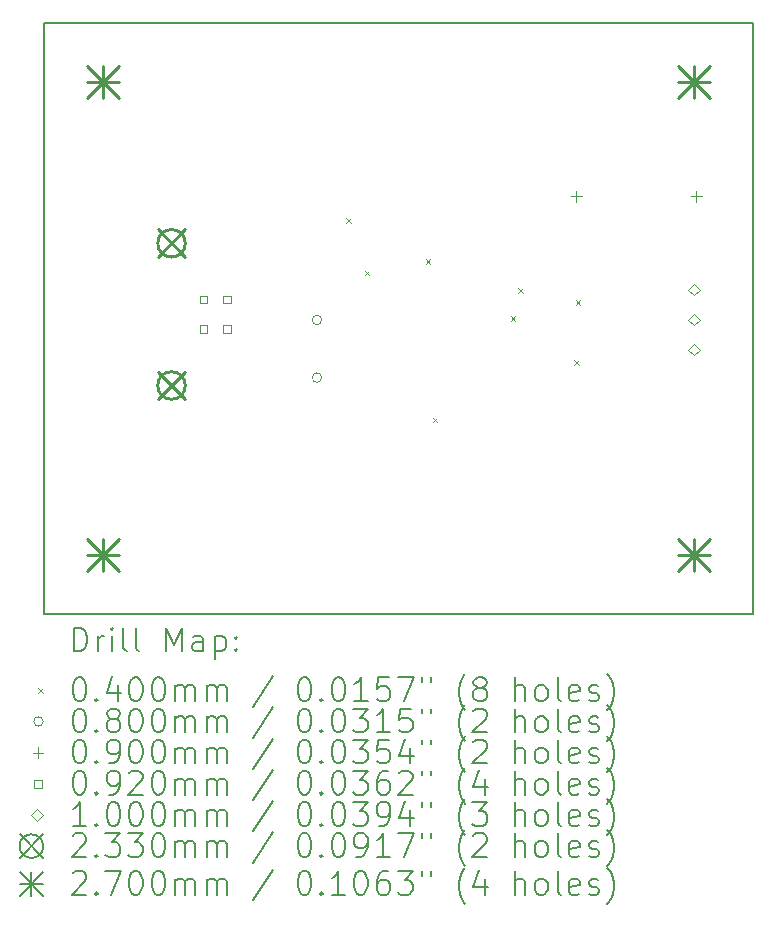
<source format=gbr>
%TF.GenerationSoftware,KiCad,Pcbnew,8.0.6*%
%TF.CreationDate,2025-01-14T12:11:02-05:00*%
%TF.ProjectId,usb_lin,7573625f-6c69-46e2-9e6b-696361645f70,rev?*%
%TF.SameCoordinates,Original*%
%TF.FileFunction,Drillmap*%
%TF.FilePolarity,Positive*%
%FSLAX45Y45*%
G04 Gerber Fmt 4.5, Leading zero omitted, Abs format (unit mm)*
G04 Created by KiCad (PCBNEW 8.0.6) date 2025-01-14 12:11:02*
%MOMM*%
%LPD*%
G01*
G04 APERTURE LIST*
%ADD10C,0.150000*%
%ADD11C,0.200000*%
%ADD12C,0.100000*%
%ADD13C,0.233000*%
%ADD14C,0.270000*%
G04 APERTURE END LIST*
D10*
X19000000Y-8000000D02*
X13000000Y-8000000D01*
X13000000Y-8000000D02*
X13000000Y-13000000D01*
X13000000Y-13000000D02*
X19000000Y-13000000D01*
X19000000Y-13000000D02*
X19000000Y-8000000D01*
D11*
D12*
X15560000Y-9647500D02*
X15600000Y-9687500D01*
X15600000Y-9647500D02*
X15560000Y-9687500D01*
X15715000Y-10095500D02*
X15755000Y-10135500D01*
X15755000Y-10095500D02*
X15715000Y-10135500D01*
X16230000Y-10000000D02*
X16270000Y-10040000D01*
X16270000Y-10000000D02*
X16230000Y-10040000D01*
X16290000Y-11340000D02*
X16330000Y-11380000D01*
X16330000Y-11340000D02*
X16290000Y-11380000D01*
X16950000Y-10480000D02*
X16990000Y-10520000D01*
X16990000Y-10480000D02*
X16950000Y-10520000D01*
X17015000Y-10240000D02*
X17055000Y-10280000D01*
X17055000Y-10240000D02*
X17015000Y-10280000D01*
X17490000Y-10850000D02*
X17530000Y-10890000D01*
X17530000Y-10850000D02*
X17490000Y-10890000D01*
X17500000Y-10345000D02*
X17540000Y-10385000D01*
X17540000Y-10345000D02*
X17500000Y-10385000D01*
X15350000Y-10512000D02*
G75*
G02*
X15270000Y-10512000I-40000J0D01*
G01*
X15270000Y-10512000D02*
G75*
G02*
X15350000Y-10512000I40000J0D01*
G01*
X15350000Y-11000000D02*
G75*
G02*
X15270000Y-11000000I-40000J0D01*
G01*
X15270000Y-11000000D02*
G75*
G02*
X15350000Y-11000000I40000J0D01*
G01*
X17507000Y-9420000D02*
X17507000Y-9510000D01*
X17462000Y-9465000D02*
X17552000Y-9465000D01*
X18523000Y-9420000D02*
X18523000Y-9510000D01*
X18478000Y-9465000D02*
X18568000Y-9465000D01*
X14382527Y-10372527D02*
X14382527Y-10307473D01*
X14317473Y-10307473D01*
X14317473Y-10372527D01*
X14382527Y-10372527D01*
X14382527Y-10622527D02*
X14382527Y-10557473D01*
X14317473Y-10557473D01*
X14317473Y-10622527D01*
X14382527Y-10622527D01*
X14582527Y-10372527D02*
X14582527Y-10307473D01*
X14517473Y-10307473D01*
X14517473Y-10372527D01*
X14582527Y-10372527D01*
X14582527Y-10622527D02*
X14582527Y-10557473D01*
X14517473Y-10557473D01*
X14517473Y-10622527D01*
X14582527Y-10622527D01*
X18500000Y-10305000D02*
X18550000Y-10255000D01*
X18500000Y-10205000D01*
X18450000Y-10255000D01*
X18500000Y-10305000D01*
X18500000Y-10559000D02*
X18550000Y-10509000D01*
X18500000Y-10459000D01*
X18450000Y-10509000D01*
X18500000Y-10559000D01*
X18500000Y-10813000D02*
X18550000Y-10763000D01*
X18500000Y-10713000D01*
X18450000Y-10763000D01*
X18500000Y-10813000D01*
D13*
X13962500Y-9746500D02*
X14195500Y-9979500D01*
X14195500Y-9746500D02*
X13962500Y-9979500D01*
X14195500Y-9863000D02*
G75*
G02*
X13962500Y-9863000I-116500J0D01*
G01*
X13962500Y-9863000D02*
G75*
G02*
X14195500Y-9863000I116500J0D01*
G01*
X13962500Y-10950500D02*
X14195500Y-11183500D01*
X14195500Y-10950500D02*
X13962500Y-11183500D01*
X14195500Y-11067000D02*
G75*
G02*
X13962500Y-11067000I-116500J0D01*
G01*
X13962500Y-11067000D02*
G75*
G02*
X14195500Y-11067000I116500J0D01*
G01*
D14*
X13365000Y-8365000D02*
X13635000Y-8635000D01*
X13635000Y-8365000D02*
X13365000Y-8635000D01*
X13500000Y-8365000D02*
X13500000Y-8635000D01*
X13365000Y-8500000D02*
X13635000Y-8500000D01*
X13365000Y-12365000D02*
X13635000Y-12635000D01*
X13635000Y-12365000D02*
X13365000Y-12635000D01*
X13500000Y-12365000D02*
X13500000Y-12635000D01*
X13365000Y-12500000D02*
X13635000Y-12500000D01*
X18365000Y-8365000D02*
X18635000Y-8635000D01*
X18635000Y-8365000D02*
X18365000Y-8635000D01*
X18500000Y-8365000D02*
X18500000Y-8635000D01*
X18365000Y-8500000D02*
X18635000Y-8500000D01*
X18365000Y-12365000D02*
X18635000Y-12635000D01*
X18635000Y-12365000D02*
X18365000Y-12635000D01*
X18500000Y-12365000D02*
X18500000Y-12635000D01*
X18365000Y-12500000D02*
X18635000Y-12500000D01*
D11*
X13253277Y-13318984D02*
X13253277Y-13118984D01*
X13253277Y-13118984D02*
X13300896Y-13118984D01*
X13300896Y-13118984D02*
X13329467Y-13128508D01*
X13329467Y-13128508D02*
X13348515Y-13147555D01*
X13348515Y-13147555D02*
X13358039Y-13166603D01*
X13358039Y-13166603D02*
X13367562Y-13204698D01*
X13367562Y-13204698D02*
X13367562Y-13233269D01*
X13367562Y-13233269D02*
X13358039Y-13271365D01*
X13358039Y-13271365D02*
X13348515Y-13290412D01*
X13348515Y-13290412D02*
X13329467Y-13309460D01*
X13329467Y-13309460D02*
X13300896Y-13318984D01*
X13300896Y-13318984D02*
X13253277Y-13318984D01*
X13453277Y-13318984D02*
X13453277Y-13185650D01*
X13453277Y-13223746D02*
X13462801Y-13204698D01*
X13462801Y-13204698D02*
X13472324Y-13195174D01*
X13472324Y-13195174D02*
X13491372Y-13185650D01*
X13491372Y-13185650D02*
X13510420Y-13185650D01*
X13577086Y-13318984D02*
X13577086Y-13185650D01*
X13577086Y-13118984D02*
X13567562Y-13128508D01*
X13567562Y-13128508D02*
X13577086Y-13138031D01*
X13577086Y-13138031D02*
X13586610Y-13128508D01*
X13586610Y-13128508D02*
X13577086Y-13118984D01*
X13577086Y-13118984D02*
X13577086Y-13138031D01*
X13700896Y-13318984D02*
X13681848Y-13309460D01*
X13681848Y-13309460D02*
X13672324Y-13290412D01*
X13672324Y-13290412D02*
X13672324Y-13118984D01*
X13805658Y-13318984D02*
X13786610Y-13309460D01*
X13786610Y-13309460D02*
X13777086Y-13290412D01*
X13777086Y-13290412D02*
X13777086Y-13118984D01*
X14034229Y-13318984D02*
X14034229Y-13118984D01*
X14034229Y-13118984D02*
X14100896Y-13261841D01*
X14100896Y-13261841D02*
X14167562Y-13118984D01*
X14167562Y-13118984D02*
X14167562Y-13318984D01*
X14348515Y-13318984D02*
X14348515Y-13214222D01*
X14348515Y-13214222D02*
X14338991Y-13195174D01*
X14338991Y-13195174D02*
X14319943Y-13185650D01*
X14319943Y-13185650D02*
X14281848Y-13185650D01*
X14281848Y-13185650D02*
X14262801Y-13195174D01*
X14348515Y-13309460D02*
X14329467Y-13318984D01*
X14329467Y-13318984D02*
X14281848Y-13318984D01*
X14281848Y-13318984D02*
X14262801Y-13309460D01*
X14262801Y-13309460D02*
X14253277Y-13290412D01*
X14253277Y-13290412D02*
X14253277Y-13271365D01*
X14253277Y-13271365D02*
X14262801Y-13252317D01*
X14262801Y-13252317D02*
X14281848Y-13242793D01*
X14281848Y-13242793D02*
X14329467Y-13242793D01*
X14329467Y-13242793D02*
X14348515Y-13233269D01*
X14443753Y-13185650D02*
X14443753Y-13385650D01*
X14443753Y-13195174D02*
X14462801Y-13185650D01*
X14462801Y-13185650D02*
X14500896Y-13185650D01*
X14500896Y-13185650D02*
X14519943Y-13195174D01*
X14519943Y-13195174D02*
X14529467Y-13204698D01*
X14529467Y-13204698D02*
X14538991Y-13223746D01*
X14538991Y-13223746D02*
X14538991Y-13280888D01*
X14538991Y-13280888D02*
X14529467Y-13299936D01*
X14529467Y-13299936D02*
X14519943Y-13309460D01*
X14519943Y-13309460D02*
X14500896Y-13318984D01*
X14500896Y-13318984D02*
X14462801Y-13318984D01*
X14462801Y-13318984D02*
X14443753Y-13309460D01*
X14624705Y-13299936D02*
X14634229Y-13309460D01*
X14634229Y-13309460D02*
X14624705Y-13318984D01*
X14624705Y-13318984D02*
X14615182Y-13309460D01*
X14615182Y-13309460D02*
X14624705Y-13299936D01*
X14624705Y-13299936D02*
X14624705Y-13318984D01*
X14624705Y-13195174D02*
X14634229Y-13204698D01*
X14634229Y-13204698D02*
X14624705Y-13214222D01*
X14624705Y-13214222D02*
X14615182Y-13204698D01*
X14615182Y-13204698D02*
X14624705Y-13195174D01*
X14624705Y-13195174D02*
X14624705Y-13214222D01*
D12*
X12952500Y-13627500D02*
X12992500Y-13667500D01*
X12992500Y-13627500D02*
X12952500Y-13667500D01*
D11*
X13291372Y-13538984D02*
X13310420Y-13538984D01*
X13310420Y-13538984D02*
X13329467Y-13548508D01*
X13329467Y-13548508D02*
X13338991Y-13558031D01*
X13338991Y-13558031D02*
X13348515Y-13577079D01*
X13348515Y-13577079D02*
X13358039Y-13615174D01*
X13358039Y-13615174D02*
X13358039Y-13662793D01*
X13358039Y-13662793D02*
X13348515Y-13700888D01*
X13348515Y-13700888D02*
X13338991Y-13719936D01*
X13338991Y-13719936D02*
X13329467Y-13729460D01*
X13329467Y-13729460D02*
X13310420Y-13738984D01*
X13310420Y-13738984D02*
X13291372Y-13738984D01*
X13291372Y-13738984D02*
X13272324Y-13729460D01*
X13272324Y-13729460D02*
X13262801Y-13719936D01*
X13262801Y-13719936D02*
X13253277Y-13700888D01*
X13253277Y-13700888D02*
X13243753Y-13662793D01*
X13243753Y-13662793D02*
X13243753Y-13615174D01*
X13243753Y-13615174D02*
X13253277Y-13577079D01*
X13253277Y-13577079D02*
X13262801Y-13558031D01*
X13262801Y-13558031D02*
X13272324Y-13548508D01*
X13272324Y-13548508D02*
X13291372Y-13538984D01*
X13443753Y-13719936D02*
X13453277Y-13729460D01*
X13453277Y-13729460D02*
X13443753Y-13738984D01*
X13443753Y-13738984D02*
X13434229Y-13729460D01*
X13434229Y-13729460D02*
X13443753Y-13719936D01*
X13443753Y-13719936D02*
X13443753Y-13738984D01*
X13624705Y-13605650D02*
X13624705Y-13738984D01*
X13577086Y-13529460D02*
X13529467Y-13672317D01*
X13529467Y-13672317D02*
X13653277Y-13672317D01*
X13767562Y-13538984D02*
X13786610Y-13538984D01*
X13786610Y-13538984D02*
X13805658Y-13548508D01*
X13805658Y-13548508D02*
X13815182Y-13558031D01*
X13815182Y-13558031D02*
X13824705Y-13577079D01*
X13824705Y-13577079D02*
X13834229Y-13615174D01*
X13834229Y-13615174D02*
X13834229Y-13662793D01*
X13834229Y-13662793D02*
X13824705Y-13700888D01*
X13824705Y-13700888D02*
X13815182Y-13719936D01*
X13815182Y-13719936D02*
X13805658Y-13729460D01*
X13805658Y-13729460D02*
X13786610Y-13738984D01*
X13786610Y-13738984D02*
X13767562Y-13738984D01*
X13767562Y-13738984D02*
X13748515Y-13729460D01*
X13748515Y-13729460D02*
X13738991Y-13719936D01*
X13738991Y-13719936D02*
X13729467Y-13700888D01*
X13729467Y-13700888D02*
X13719943Y-13662793D01*
X13719943Y-13662793D02*
X13719943Y-13615174D01*
X13719943Y-13615174D02*
X13729467Y-13577079D01*
X13729467Y-13577079D02*
X13738991Y-13558031D01*
X13738991Y-13558031D02*
X13748515Y-13548508D01*
X13748515Y-13548508D02*
X13767562Y-13538984D01*
X13958039Y-13538984D02*
X13977086Y-13538984D01*
X13977086Y-13538984D02*
X13996134Y-13548508D01*
X13996134Y-13548508D02*
X14005658Y-13558031D01*
X14005658Y-13558031D02*
X14015182Y-13577079D01*
X14015182Y-13577079D02*
X14024705Y-13615174D01*
X14024705Y-13615174D02*
X14024705Y-13662793D01*
X14024705Y-13662793D02*
X14015182Y-13700888D01*
X14015182Y-13700888D02*
X14005658Y-13719936D01*
X14005658Y-13719936D02*
X13996134Y-13729460D01*
X13996134Y-13729460D02*
X13977086Y-13738984D01*
X13977086Y-13738984D02*
X13958039Y-13738984D01*
X13958039Y-13738984D02*
X13938991Y-13729460D01*
X13938991Y-13729460D02*
X13929467Y-13719936D01*
X13929467Y-13719936D02*
X13919943Y-13700888D01*
X13919943Y-13700888D02*
X13910420Y-13662793D01*
X13910420Y-13662793D02*
X13910420Y-13615174D01*
X13910420Y-13615174D02*
X13919943Y-13577079D01*
X13919943Y-13577079D02*
X13929467Y-13558031D01*
X13929467Y-13558031D02*
X13938991Y-13548508D01*
X13938991Y-13548508D02*
X13958039Y-13538984D01*
X14110420Y-13738984D02*
X14110420Y-13605650D01*
X14110420Y-13624698D02*
X14119943Y-13615174D01*
X14119943Y-13615174D02*
X14138991Y-13605650D01*
X14138991Y-13605650D02*
X14167563Y-13605650D01*
X14167563Y-13605650D02*
X14186610Y-13615174D01*
X14186610Y-13615174D02*
X14196134Y-13634222D01*
X14196134Y-13634222D02*
X14196134Y-13738984D01*
X14196134Y-13634222D02*
X14205658Y-13615174D01*
X14205658Y-13615174D02*
X14224705Y-13605650D01*
X14224705Y-13605650D02*
X14253277Y-13605650D01*
X14253277Y-13605650D02*
X14272324Y-13615174D01*
X14272324Y-13615174D02*
X14281848Y-13634222D01*
X14281848Y-13634222D02*
X14281848Y-13738984D01*
X14377086Y-13738984D02*
X14377086Y-13605650D01*
X14377086Y-13624698D02*
X14386610Y-13615174D01*
X14386610Y-13615174D02*
X14405658Y-13605650D01*
X14405658Y-13605650D02*
X14434229Y-13605650D01*
X14434229Y-13605650D02*
X14453277Y-13615174D01*
X14453277Y-13615174D02*
X14462801Y-13634222D01*
X14462801Y-13634222D02*
X14462801Y-13738984D01*
X14462801Y-13634222D02*
X14472324Y-13615174D01*
X14472324Y-13615174D02*
X14491372Y-13605650D01*
X14491372Y-13605650D02*
X14519943Y-13605650D01*
X14519943Y-13605650D02*
X14538991Y-13615174D01*
X14538991Y-13615174D02*
X14548515Y-13634222D01*
X14548515Y-13634222D02*
X14548515Y-13738984D01*
X14938991Y-13529460D02*
X14767563Y-13786603D01*
X15196134Y-13538984D02*
X15215182Y-13538984D01*
X15215182Y-13538984D02*
X15234229Y-13548508D01*
X15234229Y-13548508D02*
X15243753Y-13558031D01*
X15243753Y-13558031D02*
X15253277Y-13577079D01*
X15253277Y-13577079D02*
X15262801Y-13615174D01*
X15262801Y-13615174D02*
X15262801Y-13662793D01*
X15262801Y-13662793D02*
X15253277Y-13700888D01*
X15253277Y-13700888D02*
X15243753Y-13719936D01*
X15243753Y-13719936D02*
X15234229Y-13729460D01*
X15234229Y-13729460D02*
X15215182Y-13738984D01*
X15215182Y-13738984D02*
X15196134Y-13738984D01*
X15196134Y-13738984D02*
X15177086Y-13729460D01*
X15177086Y-13729460D02*
X15167563Y-13719936D01*
X15167563Y-13719936D02*
X15158039Y-13700888D01*
X15158039Y-13700888D02*
X15148515Y-13662793D01*
X15148515Y-13662793D02*
X15148515Y-13615174D01*
X15148515Y-13615174D02*
X15158039Y-13577079D01*
X15158039Y-13577079D02*
X15167563Y-13558031D01*
X15167563Y-13558031D02*
X15177086Y-13548508D01*
X15177086Y-13548508D02*
X15196134Y-13538984D01*
X15348515Y-13719936D02*
X15358039Y-13729460D01*
X15358039Y-13729460D02*
X15348515Y-13738984D01*
X15348515Y-13738984D02*
X15338991Y-13729460D01*
X15338991Y-13729460D02*
X15348515Y-13719936D01*
X15348515Y-13719936D02*
X15348515Y-13738984D01*
X15481848Y-13538984D02*
X15500896Y-13538984D01*
X15500896Y-13538984D02*
X15519944Y-13548508D01*
X15519944Y-13548508D02*
X15529467Y-13558031D01*
X15529467Y-13558031D02*
X15538991Y-13577079D01*
X15538991Y-13577079D02*
X15548515Y-13615174D01*
X15548515Y-13615174D02*
X15548515Y-13662793D01*
X15548515Y-13662793D02*
X15538991Y-13700888D01*
X15538991Y-13700888D02*
X15529467Y-13719936D01*
X15529467Y-13719936D02*
X15519944Y-13729460D01*
X15519944Y-13729460D02*
X15500896Y-13738984D01*
X15500896Y-13738984D02*
X15481848Y-13738984D01*
X15481848Y-13738984D02*
X15462801Y-13729460D01*
X15462801Y-13729460D02*
X15453277Y-13719936D01*
X15453277Y-13719936D02*
X15443753Y-13700888D01*
X15443753Y-13700888D02*
X15434229Y-13662793D01*
X15434229Y-13662793D02*
X15434229Y-13615174D01*
X15434229Y-13615174D02*
X15443753Y-13577079D01*
X15443753Y-13577079D02*
X15453277Y-13558031D01*
X15453277Y-13558031D02*
X15462801Y-13548508D01*
X15462801Y-13548508D02*
X15481848Y-13538984D01*
X15738991Y-13738984D02*
X15624706Y-13738984D01*
X15681848Y-13738984D02*
X15681848Y-13538984D01*
X15681848Y-13538984D02*
X15662801Y-13567555D01*
X15662801Y-13567555D02*
X15643753Y-13586603D01*
X15643753Y-13586603D02*
X15624706Y-13596127D01*
X15919944Y-13538984D02*
X15824706Y-13538984D01*
X15824706Y-13538984D02*
X15815182Y-13634222D01*
X15815182Y-13634222D02*
X15824706Y-13624698D01*
X15824706Y-13624698D02*
X15843753Y-13615174D01*
X15843753Y-13615174D02*
X15891372Y-13615174D01*
X15891372Y-13615174D02*
X15910420Y-13624698D01*
X15910420Y-13624698D02*
X15919944Y-13634222D01*
X15919944Y-13634222D02*
X15929467Y-13653269D01*
X15929467Y-13653269D02*
X15929467Y-13700888D01*
X15929467Y-13700888D02*
X15919944Y-13719936D01*
X15919944Y-13719936D02*
X15910420Y-13729460D01*
X15910420Y-13729460D02*
X15891372Y-13738984D01*
X15891372Y-13738984D02*
X15843753Y-13738984D01*
X15843753Y-13738984D02*
X15824706Y-13729460D01*
X15824706Y-13729460D02*
X15815182Y-13719936D01*
X15996134Y-13538984D02*
X16129467Y-13538984D01*
X16129467Y-13538984D02*
X16043753Y-13738984D01*
X16196134Y-13538984D02*
X16196134Y-13577079D01*
X16272325Y-13538984D02*
X16272325Y-13577079D01*
X16567563Y-13815174D02*
X16558039Y-13805650D01*
X16558039Y-13805650D02*
X16538991Y-13777079D01*
X16538991Y-13777079D02*
X16529468Y-13758031D01*
X16529468Y-13758031D02*
X16519944Y-13729460D01*
X16519944Y-13729460D02*
X16510420Y-13681841D01*
X16510420Y-13681841D02*
X16510420Y-13643746D01*
X16510420Y-13643746D02*
X16519944Y-13596127D01*
X16519944Y-13596127D02*
X16529468Y-13567555D01*
X16529468Y-13567555D02*
X16538991Y-13548508D01*
X16538991Y-13548508D02*
X16558039Y-13519936D01*
X16558039Y-13519936D02*
X16567563Y-13510412D01*
X16672325Y-13624698D02*
X16653277Y-13615174D01*
X16653277Y-13615174D02*
X16643753Y-13605650D01*
X16643753Y-13605650D02*
X16634229Y-13586603D01*
X16634229Y-13586603D02*
X16634229Y-13577079D01*
X16634229Y-13577079D02*
X16643753Y-13558031D01*
X16643753Y-13558031D02*
X16653277Y-13548508D01*
X16653277Y-13548508D02*
X16672325Y-13538984D01*
X16672325Y-13538984D02*
X16710420Y-13538984D01*
X16710420Y-13538984D02*
X16729468Y-13548508D01*
X16729468Y-13548508D02*
X16738991Y-13558031D01*
X16738991Y-13558031D02*
X16748515Y-13577079D01*
X16748515Y-13577079D02*
X16748515Y-13586603D01*
X16748515Y-13586603D02*
X16738991Y-13605650D01*
X16738991Y-13605650D02*
X16729468Y-13615174D01*
X16729468Y-13615174D02*
X16710420Y-13624698D01*
X16710420Y-13624698D02*
X16672325Y-13624698D01*
X16672325Y-13624698D02*
X16653277Y-13634222D01*
X16653277Y-13634222D02*
X16643753Y-13643746D01*
X16643753Y-13643746D02*
X16634229Y-13662793D01*
X16634229Y-13662793D02*
X16634229Y-13700888D01*
X16634229Y-13700888D02*
X16643753Y-13719936D01*
X16643753Y-13719936D02*
X16653277Y-13729460D01*
X16653277Y-13729460D02*
X16672325Y-13738984D01*
X16672325Y-13738984D02*
X16710420Y-13738984D01*
X16710420Y-13738984D02*
X16729468Y-13729460D01*
X16729468Y-13729460D02*
X16738991Y-13719936D01*
X16738991Y-13719936D02*
X16748515Y-13700888D01*
X16748515Y-13700888D02*
X16748515Y-13662793D01*
X16748515Y-13662793D02*
X16738991Y-13643746D01*
X16738991Y-13643746D02*
X16729468Y-13634222D01*
X16729468Y-13634222D02*
X16710420Y-13624698D01*
X16986611Y-13738984D02*
X16986611Y-13538984D01*
X17072325Y-13738984D02*
X17072325Y-13634222D01*
X17072325Y-13634222D02*
X17062801Y-13615174D01*
X17062801Y-13615174D02*
X17043753Y-13605650D01*
X17043753Y-13605650D02*
X17015182Y-13605650D01*
X17015182Y-13605650D02*
X16996134Y-13615174D01*
X16996134Y-13615174D02*
X16986611Y-13624698D01*
X17196134Y-13738984D02*
X17177087Y-13729460D01*
X17177087Y-13729460D02*
X17167563Y-13719936D01*
X17167563Y-13719936D02*
X17158039Y-13700888D01*
X17158039Y-13700888D02*
X17158039Y-13643746D01*
X17158039Y-13643746D02*
X17167563Y-13624698D01*
X17167563Y-13624698D02*
X17177087Y-13615174D01*
X17177087Y-13615174D02*
X17196134Y-13605650D01*
X17196134Y-13605650D02*
X17224706Y-13605650D01*
X17224706Y-13605650D02*
X17243753Y-13615174D01*
X17243753Y-13615174D02*
X17253277Y-13624698D01*
X17253277Y-13624698D02*
X17262801Y-13643746D01*
X17262801Y-13643746D02*
X17262801Y-13700888D01*
X17262801Y-13700888D02*
X17253277Y-13719936D01*
X17253277Y-13719936D02*
X17243753Y-13729460D01*
X17243753Y-13729460D02*
X17224706Y-13738984D01*
X17224706Y-13738984D02*
X17196134Y-13738984D01*
X17377087Y-13738984D02*
X17358039Y-13729460D01*
X17358039Y-13729460D02*
X17348515Y-13710412D01*
X17348515Y-13710412D02*
X17348515Y-13538984D01*
X17529468Y-13729460D02*
X17510420Y-13738984D01*
X17510420Y-13738984D02*
X17472325Y-13738984D01*
X17472325Y-13738984D02*
X17453277Y-13729460D01*
X17453277Y-13729460D02*
X17443753Y-13710412D01*
X17443753Y-13710412D02*
X17443753Y-13634222D01*
X17443753Y-13634222D02*
X17453277Y-13615174D01*
X17453277Y-13615174D02*
X17472325Y-13605650D01*
X17472325Y-13605650D02*
X17510420Y-13605650D01*
X17510420Y-13605650D02*
X17529468Y-13615174D01*
X17529468Y-13615174D02*
X17538992Y-13634222D01*
X17538992Y-13634222D02*
X17538992Y-13653269D01*
X17538992Y-13653269D02*
X17443753Y-13672317D01*
X17615182Y-13729460D02*
X17634230Y-13738984D01*
X17634230Y-13738984D02*
X17672325Y-13738984D01*
X17672325Y-13738984D02*
X17691373Y-13729460D01*
X17691373Y-13729460D02*
X17700896Y-13710412D01*
X17700896Y-13710412D02*
X17700896Y-13700888D01*
X17700896Y-13700888D02*
X17691373Y-13681841D01*
X17691373Y-13681841D02*
X17672325Y-13672317D01*
X17672325Y-13672317D02*
X17643753Y-13672317D01*
X17643753Y-13672317D02*
X17624706Y-13662793D01*
X17624706Y-13662793D02*
X17615182Y-13643746D01*
X17615182Y-13643746D02*
X17615182Y-13634222D01*
X17615182Y-13634222D02*
X17624706Y-13615174D01*
X17624706Y-13615174D02*
X17643753Y-13605650D01*
X17643753Y-13605650D02*
X17672325Y-13605650D01*
X17672325Y-13605650D02*
X17691373Y-13615174D01*
X17767563Y-13815174D02*
X17777087Y-13805650D01*
X17777087Y-13805650D02*
X17796134Y-13777079D01*
X17796134Y-13777079D02*
X17805658Y-13758031D01*
X17805658Y-13758031D02*
X17815182Y-13729460D01*
X17815182Y-13729460D02*
X17824706Y-13681841D01*
X17824706Y-13681841D02*
X17824706Y-13643746D01*
X17824706Y-13643746D02*
X17815182Y-13596127D01*
X17815182Y-13596127D02*
X17805658Y-13567555D01*
X17805658Y-13567555D02*
X17796134Y-13548508D01*
X17796134Y-13548508D02*
X17777087Y-13519936D01*
X17777087Y-13519936D02*
X17767563Y-13510412D01*
D12*
X12992500Y-13911500D02*
G75*
G02*
X12912500Y-13911500I-40000J0D01*
G01*
X12912500Y-13911500D02*
G75*
G02*
X12992500Y-13911500I40000J0D01*
G01*
D11*
X13291372Y-13802984D02*
X13310420Y-13802984D01*
X13310420Y-13802984D02*
X13329467Y-13812508D01*
X13329467Y-13812508D02*
X13338991Y-13822031D01*
X13338991Y-13822031D02*
X13348515Y-13841079D01*
X13348515Y-13841079D02*
X13358039Y-13879174D01*
X13358039Y-13879174D02*
X13358039Y-13926793D01*
X13358039Y-13926793D02*
X13348515Y-13964888D01*
X13348515Y-13964888D02*
X13338991Y-13983936D01*
X13338991Y-13983936D02*
X13329467Y-13993460D01*
X13329467Y-13993460D02*
X13310420Y-14002984D01*
X13310420Y-14002984D02*
X13291372Y-14002984D01*
X13291372Y-14002984D02*
X13272324Y-13993460D01*
X13272324Y-13993460D02*
X13262801Y-13983936D01*
X13262801Y-13983936D02*
X13253277Y-13964888D01*
X13253277Y-13964888D02*
X13243753Y-13926793D01*
X13243753Y-13926793D02*
X13243753Y-13879174D01*
X13243753Y-13879174D02*
X13253277Y-13841079D01*
X13253277Y-13841079D02*
X13262801Y-13822031D01*
X13262801Y-13822031D02*
X13272324Y-13812508D01*
X13272324Y-13812508D02*
X13291372Y-13802984D01*
X13443753Y-13983936D02*
X13453277Y-13993460D01*
X13453277Y-13993460D02*
X13443753Y-14002984D01*
X13443753Y-14002984D02*
X13434229Y-13993460D01*
X13434229Y-13993460D02*
X13443753Y-13983936D01*
X13443753Y-13983936D02*
X13443753Y-14002984D01*
X13567562Y-13888698D02*
X13548515Y-13879174D01*
X13548515Y-13879174D02*
X13538991Y-13869650D01*
X13538991Y-13869650D02*
X13529467Y-13850603D01*
X13529467Y-13850603D02*
X13529467Y-13841079D01*
X13529467Y-13841079D02*
X13538991Y-13822031D01*
X13538991Y-13822031D02*
X13548515Y-13812508D01*
X13548515Y-13812508D02*
X13567562Y-13802984D01*
X13567562Y-13802984D02*
X13605658Y-13802984D01*
X13605658Y-13802984D02*
X13624705Y-13812508D01*
X13624705Y-13812508D02*
X13634229Y-13822031D01*
X13634229Y-13822031D02*
X13643753Y-13841079D01*
X13643753Y-13841079D02*
X13643753Y-13850603D01*
X13643753Y-13850603D02*
X13634229Y-13869650D01*
X13634229Y-13869650D02*
X13624705Y-13879174D01*
X13624705Y-13879174D02*
X13605658Y-13888698D01*
X13605658Y-13888698D02*
X13567562Y-13888698D01*
X13567562Y-13888698D02*
X13548515Y-13898222D01*
X13548515Y-13898222D02*
X13538991Y-13907746D01*
X13538991Y-13907746D02*
X13529467Y-13926793D01*
X13529467Y-13926793D02*
X13529467Y-13964888D01*
X13529467Y-13964888D02*
X13538991Y-13983936D01*
X13538991Y-13983936D02*
X13548515Y-13993460D01*
X13548515Y-13993460D02*
X13567562Y-14002984D01*
X13567562Y-14002984D02*
X13605658Y-14002984D01*
X13605658Y-14002984D02*
X13624705Y-13993460D01*
X13624705Y-13993460D02*
X13634229Y-13983936D01*
X13634229Y-13983936D02*
X13643753Y-13964888D01*
X13643753Y-13964888D02*
X13643753Y-13926793D01*
X13643753Y-13926793D02*
X13634229Y-13907746D01*
X13634229Y-13907746D02*
X13624705Y-13898222D01*
X13624705Y-13898222D02*
X13605658Y-13888698D01*
X13767562Y-13802984D02*
X13786610Y-13802984D01*
X13786610Y-13802984D02*
X13805658Y-13812508D01*
X13805658Y-13812508D02*
X13815182Y-13822031D01*
X13815182Y-13822031D02*
X13824705Y-13841079D01*
X13824705Y-13841079D02*
X13834229Y-13879174D01*
X13834229Y-13879174D02*
X13834229Y-13926793D01*
X13834229Y-13926793D02*
X13824705Y-13964888D01*
X13824705Y-13964888D02*
X13815182Y-13983936D01*
X13815182Y-13983936D02*
X13805658Y-13993460D01*
X13805658Y-13993460D02*
X13786610Y-14002984D01*
X13786610Y-14002984D02*
X13767562Y-14002984D01*
X13767562Y-14002984D02*
X13748515Y-13993460D01*
X13748515Y-13993460D02*
X13738991Y-13983936D01*
X13738991Y-13983936D02*
X13729467Y-13964888D01*
X13729467Y-13964888D02*
X13719943Y-13926793D01*
X13719943Y-13926793D02*
X13719943Y-13879174D01*
X13719943Y-13879174D02*
X13729467Y-13841079D01*
X13729467Y-13841079D02*
X13738991Y-13822031D01*
X13738991Y-13822031D02*
X13748515Y-13812508D01*
X13748515Y-13812508D02*
X13767562Y-13802984D01*
X13958039Y-13802984D02*
X13977086Y-13802984D01*
X13977086Y-13802984D02*
X13996134Y-13812508D01*
X13996134Y-13812508D02*
X14005658Y-13822031D01*
X14005658Y-13822031D02*
X14015182Y-13841079D01*
X14015182Y-13841079D02*
X14024705Y-13879174D01*
X14024705Y-13879174D02*
X14024705Y-13926793D01*
X14024705Y-13926793D02*
X14015182Y-13964888D01*
X14015182Y-13964888D02*
X14005658Y-13983936D01*
X14005658Y-13983936D02*
X13996134Y-13993460D01*
X13996134Y-13993460D02*
X13977086Y-14002984D01*
X13977086Y-14002984D02*
X13958039Y-14002984D01*
X13958039Y-14002984D02*
X13938991Y-13993460D01*
X13938991Y-13993460D02*
X13929467Y-13983936D01*
X13929467Y-13983936D02*
X13919943Y-13964888D01*
X13919943Y-13964888D02*
X13910420Y-13926793D01*
X13910420Y-13926793D02*
X13910420Y-13879174D01*
X13910420Y-13879174D02*
X13919943Y-13841079D01*
X13919943Y-13841079D02*
X13929467Y-13822031D01*
X13929467Y-13822031D02*
X13938991Y-13812508D01*
X13938991Y-13812508D02*
X13958039Y-13802984D01*
X14110420Y-14002984D02*
X14110420Y-13869650D01*
X14110420Y-13888698D02*
X14119943Y-13879174D01*
X14119943Y-13879174D02*
X14138991Y-13869650D01*
X14138991Y-13869650D02*
X14167563Y-13869650D01*
X14167563Y-13869650D02*
X14186610Y-13879174D01*
X14186610Y-13879174D02*
X14196134Y-13898222D01*
X14196134Y-13898222D02*
X14196134Y-14002984D01*
X14196134Y-13898222D02*
X14205658Y-13879174D01*
X14205658Y-13879174D02*
X14224705Y-13869650D01*
X14224705Y-13869650D02*
X14253277Y-13869650D01*
X14253277Y-13869650D02*
X14272324Y-13879174D01*
X14272324Y-13879174D02*
X14281848Y-13898222D01*
X14281848Y-13898222D02*
X14281848Y-14002984D01*
X14377086Y-14002984D02*
X14377086Y-13869650D01*
X14377086Y-13888698D02*
X14386610Y-13879174D01*
X14386610Y-13879174D02*
X14405658Y-13869650D01*
X14405658Y-13869650D02*
X14434229Y-13869650D01*
X14434229Y-13869650D02*
X14453277Y-13879174D01*
X14453277Y-13879174D02*
X14462801Y-13898222D01*
X14462801Y-13898222D02*
X14462801Y-14002984D01*
X14462801Y-13898222D02*
X14472324Y-13879174D01*
X14472324Y-13879174D02*
X14491372Y-13869650D01*
X14491372Y-13869650D02*
X14519943Y-13869650D01*
X14519943Y-13869650D02*
X14538991Y-13879174D01*
X14538991Y-13879174D02*
X14548515Y-13898222D01*
X14548515Y-13898222D02*
X14548515Y-14002984D01*
X14938991Y-13793460D02*
X14767563Y-14050603D01*
X15196134Y-13802984D02*
X15215182Y-13802984D01*
X15215182Y-13802984D02*
X15234229Y-13812508D01*
X15234229Y-13812508D02*
X15243753Y-13822031D01*
X15243753Y-13822031D02*
X15253277Y-13841079D01*
X15253277Y-13841079D02*
X15262801Y-13879174D01*
X15262801Y-13879174D02*
X15262801Y-13926793D01*
X15262801Y-13926793D02*
X15253277Y-13964888D01*
X15253277Y-13964888D02*
X15243753Y-13983936D01*
X15243753Y-13983936D02*
X15234229Y-13993460D01*
X15234229Y-13993460D02*
X15215182Y-14002984D01*
X15215182Y-14002984D02*
X15196134Y-14002984D01*
X15196134Y-14002984D02*
X15177086Y-13993460D01*
X15177086Y-13993460D02*
X15167563Y-13983936D01*
X15167563Y-13983936D02*
X15158039Y-13964888D01*
X15158039Y-13964888D02*
X15148515Y-13926793D01*
X15148515Y-13926793D02*
X15148515Y-13879174D01*
X15148515Y-13879174D02*
X15158039Y-13841079D01*
X15158039Y-13841079D02*
X15167563Y-13822031D01*
X15167563Y-13822031D02*
X15177086Y-13812508D01*
X15177086Y-13812508D02*
X15196134Y-13802984D01*
X15348515Y-13983936D02*
X15358039Y-13993460D01*
X15358039Y-13993460D02*
X15348515Y-14002984D01*
X15348515Y-14002984D02*
X15338991Y-13993460D01*
X15338991Y-13993460D02*
X15348515Y-13983936D01*
X15348515Y-13983936D02*
X15348515Y-14002984D01*
X15481848Y-13802984D02*
X15500896Y-13802984D01*
X15500896Y-13802984D02*
X15519944Y-13812508D01*
X15519944Y-13812508D02*
X15529467Y-13822031D01*
X15529467Y-13822031D02*
X15538991Y-13841079D01*
X15538991Y-13841079D02*
X15548515Y-13879174D01*
X15548515Y-13879174D02*
X15548515Y-13926793D01*
X15548515Y-13926793D02*
X15538991Y-13964888D01*
X15538991Y-13964888D02*
X15529467Y-13983936D01*
X15529467Y-13983936D02*
X15519944Y-13993460D01*
X15519944Y-13993460D02*
X15500896Y-14002984D01*
X15500896Y-14002984D02*
X15481848Y-14002984D01*
X15481848Y-14002984D02*
X15462801Y-13993460D01*
X15462801Y-13993460D02*
X15453277Y-13983936D01*
X15453277Y-13983936D02*
X15443753Y-13964888D01*
X15443753Y-13964888D02*
X15434229Y-13926793D01*
X15434229Y-13926793D02*
X15434229Y-13879174D01*
X15434229Y-13879174D02*
X15443753Y-13841079D01*
X15443753Y-13841079D02*
X15453277Y-13822031D01*
X15453277Y-13822031D02*
X15462801Y-13812508D01*
X15462801Y-13812508D02*
X15481848Y-13802984D01*
X15615182Y-13802984D02*
X15738991Y-13802984D01*
X15738991Y-13802984D02*
X15672325Y-13879174D01*
X15672325Y-13879174D02*
X15700896Y-13879174D01*
X15700896Y-13879174D02*
X15719944Y-13888698D01*
X15719944Y-13888698D02*
X15729467Y-13898222D01*
X15729467Y-13898222D02*
X15738991Y-13917269D01*
X15738991Y-13917269D02*
X15738991Y-13964888D01*
X15738991Y-13964888D02*
X15729467Y-13983936D01*
X15729467Y-13983936D02*
X15719944Y-13993460D01*
X15719944Y-13993460D02*
X15700896Y-14002984D01*
X15700896Y-14002984D02*
X15643753Y-14002984D01*
X15643753Y-14002984D02*
X15624706Y-13993460D01*
X15624706Y-13993460D02*
X15615182Y-13983936D01*
X15929467Y-14002984D02*
X15815182Y-14002984D01*
X15872325Y-14002984D02*
X15872325Y-13802984D01*
X15872325Y-13802984D02*
X15853277Y-13831555D01*
X15853277Y-13831555D02*
X15834229Y-13850603D01*
X15834229Y-13850603D02*
X15815182Y-13860127D01*
X16110420Y-13802984D02*
X16015182Y-13802984D01*
X16015182Y-13802984D02*
X16005658Y-13898222D01*
X16005658Y-13898222D02*
X16015182Y-13888698D01*
X16015182Y-13888698D02*
X16034229Y-13879174D01*
X16034229Y-13879174D02*
X16081848Y-13879174D01*
X16081848Y-13879174D02*
X16100896Y-13888698D01*
X16100896Y-13888698D02*
X16110420Y-13898222D01*
X16110420Y-13898222D02*
X16119944Y-13917269D01*
X16119944Y-13917269D02*
X16119944Y-13964888D01*
X16119944Y-13964888D02*
X16110420Y-13983936D01*
X16110420Y-13983936D02*
X16100896Y-13993460D01*
X16100896Y-13993460D02*
X16081848Y-14002984D01*
X16081848Y-14002984D02*
X16034229Y-14002984D01*
X16034229Y-14002984D02*
X16015182Y-13993460D01*
X16015182Y-13993460D02*
X16005658Y-13983936D01*
X16196134Y-13802984D02*
X16196134Y-13841079D01*
X16272325Y-13802984D02*
X16272325Y-13841079D01*
X16567563Y-14079174D02*
X16558039Y-14069650D01*
X16558039Y-14069650D02*
X16538991Y-14041079D01*
X16538991Y-14041079D02*
X16529468Y-14022031D01*
X16529468Y-14022031D02*
X16519944Y-13993460D01*
X16519944Y-13993460D02*
X16510420Y-13945841D01*
X16510420Y-13945841D02*
X16510420Y-13907746D01*
X16510420Y-13907746D02*
X16519944Y-13860127D01*
X16519944Y-13860127D02*
X16529468Y-13831555D01*
X16529468Y-13831555D02*
X16538991Y-13812508D01*
X16538991Y-13812508D02*
X16558039Y-13783936D01*
X16558039Y-13783936D02*
X16567563Y-13774412D01*
X16634229Y-13822031D02*
X16643753Y-13812508D01*
X16643753Y-13812508D02*
X16662801Y-13802984D01*
X16662801Y-13802984D02*
X16710420Y-13802984D01*
X16710420Y-13802984D02*
X16729468Y-13812508D01*
X16729468Y-13812508D02*
X16738991Y-13822031D01*
X16738991Y-13822031D02*
X16748515Y-13841079D01*
X16748515Y-13841079D02*
X16748515Y-13860127D01*
X16748515Y-13860127D02*
X16738991Y-13888698D01*
X16738991Y-13888698D02*
X16624706Y-14002984D01*
X16624706Y-14002984D02*
X16748515Y-14002984D01*
X16986611Y-14002984D02*
X16986611Y-13802984D01*
X17072325Y-14002984D02*
X17072325Y-13898222D01*
X17072325Y-13898222D02*
X17062801Y-13879174D01*
X17062801Y-13879174D02*
X17043753Y-13869650D01*
X17043753Y-13869650D02*
X17015182Y-13869650D01*
X17015182Y-13869650D02*
X16996134Y-13879174D01*
X16996134Y-13879174D02*
X16986611Y-13888698D01*
X17196134Y-14002984D02*
X17177087Y-13993460D01*
X17177087Y-13993460D02*
X17167563Y-13983936D01*
X17167563Y-13983936D02*
X17158039Y-13964888D01*
X17158039Y-13964888D02*
X17158039Y-13907746D01*
X17158039Y-13907746D02*
X17167563Y-13888698D01*
X17167563Y-13888698D02*
X17177087Y-13879174D01*
X17177087Y-13879174D02*
X17196134Y-13869650D01*
X17196134Y-13869650D02*
X17224706Y-13869650D01*
X17224706Y-13869650D02*
X17243753Y-13879174D01*
X17243753Y-13879174D02*
X17253277Y-13888698D01*
X17253277Y-13888698D02*
X17262801Y-13907746D01*
X17262801Y-13907746D02*
X17262801Y-13964888D01*
X17262801Y-13964888D02*
X17253277Y-13983936D01*
X17253277Y-13983936D02*
X17243753Y-13993460D01*
X17243753Y-13993460D02*
X17224706Y-14002984D01*
X17224706Y-14002984D02*
X17196134Y-14002984D01*
X17377087Y-14002984D02*
X17358039Y-13993460D01*
X17358039Y-13993460D02*
X17348515Y-13974412D01*
X17348515Y-13974412D02*
X17348515Y-13802984D01*
X17529468Y-13993460D02*
X17510420Y-14002984D01*
X17510420Y-14002984D02*
X17472325Y-14002984D01*
X17472325Y-14002984D02*
X17453277Y-13993460D01*
X17453277Y-13993460D02*
X17443753Y-13974412D01*
X17443753Y-13974412D02*
X17443753Y-13898222D01*
X17443753Y-13898222D02*
X17453277Y-13879174D01*
X17453277Y-13879174D02*
X17472325Y-13869650D01*
X17472325Y-13869650D02*
X17510420Y-13869650D01*
X17510420Y-13869650D02*
X17529468Y-13879174D01*
X17529468Y-13879174D02*
X17538992Y-13898222D01*
X17538992Y-13898222D02*
X17538992Y-13917269D01*
X17538992Y-13917269D02*
X17443753Y-13936317D01*
X17615182Y-13993460D02*
X17634230Y-14002984D01*
X17634230Y-14002984D02*
X17672325Y-14002984D01*
X17672325Y-14002984D02*
X17691373Y-13993460D01*
X17691373Y-13993460D02*
X17700896Y-13974412D01*
X17700896Y-13974412D02*
X17700896Y-13964888D01*
X17700896Y-13964888D02*
X17691373Y-13945841D01*
X17691373Y-13945841D02*
X17672325Y-13936317D01*
X17672325Y-13936317D02*
X17643753Y-13936317D01*
X17643753Y-13936317D02*
X17624706Y-13926793D01*
X17624706Y-13926793D02*
X17615182Y-13907746D01*
X17615182Y-13907746D02*
X17615182Y-13898222D01*
X17615182Y-13898222D02*
X17624706Y-13879174D01*
X17624706Y-13879174D02*
X17643753Y-13869650D01*
X17643753Y-13869650D02*
X17672325Y-13869650D01*
X17672325Y-13869650D02*
X17691373Y-13879174D01*
X17767563Y-14079174D02*
X17777087Y-14069650D01*
X17777087Y-14069650D02*
X17796134Y-14041079D01*
X17796134Y-14041079D02*
X17805658Y-14022031D01*
X17805658Y-14022031D02*
X17815182Y-13993460D01*
X17815182Y-13993460D02*
X17824706Y-13945841D01*
X17824706Y-13945841D02*
X17824706Y-13907746D01*
X17824706Y-13907746D02*
X17815182Y-13860127D01*
X17815182Y-13860127D02*
X17805658Y-13831555D01*
X17805658Y-13831555D02*
X17796134Y-13812508D01*
X17796134Y-13812508D02*
X17777087Y-13783936D01*
X17777087Y-13783936D02*
X17767563Y-13774412D01*
D12*
X12947500Y-14130500D02*
X12947500Y-14220500D01*
X12902500Y-14175500D02*
X12992500Y-14175500D01*
D11*
X13291372Y-14066984D02*
X13310420Y-14066984D01*
X13310420Y-14066984D02*
X13329467Y-14076508D01*
X13329467Y-14076508D02*
X13338991Y-14086031D01*
X13338991Y-14086031D02*
X13348515Y-14105079D01*
X13348515Y-14105079D02*
X13358039Y-14143174D01*
X13358039Y-14143174D02*
X13358039Y-14190793D01*
X13358039Y-14190793D02*
X13348515Y-14228888D01*
X13348515Y-14228888D02*
X13338991Y-14247936D01*
X13338991Y-14247936D02*
X13329467Y-14257460D01*
X13329467Y-14257460D02*
X13310420Y-14266984D01*
X13310420Y-14266984D02*
X13291372Y-14266984D01*
X13291372Y-14266984D02*
X13272324Y-14257460D01*
X13272324Y-14257460D02*
X13262801Y-14247936D01*
X13262801Y-14247936D02*
X13253277Y-14228888D01*
X13253277Y-14228888D02*
X13243753Y-14190793D01*
X13243753Y-14190793D02*
X13243753Y-14143174D01*
X13243753Y-14143174D02*
X13253277Y-14105079D01*
X13253277Y-14105079D02*
X13262801Y-14086031D01*
X13262801Y-14086031D02*
X13272324Y-14076508D01*
X13272324Y-14076508D02*
X13291372Y-14066984D01*
X13443753Y-14247936D02*
X13453277Y-14257460D01*
X13453277Y-14257460D02*
X13443753Y-14266984D01*
X13443753Y-14266984D02*
X13434229Y-14257460D01*
X13434229Y-14257460D02*
X13443753Y-14247936D01*
X13443753Y-14247936D02*
X13443753Y-14266984D01*
X13548515Y-14266984D02*
X13586610Y-14266984D01*
X13586610Y-14266984D02*
X13605658Y-14257460D01*
X13605658Y-14257460D02*
X13615182Y-14247936D01*
X13615182Y-14247936D02*
X13634229Y-14219365D01*
X13634229Y-14219365D02*
X13643753Y-14181269D01*
X13643753Y-14181269D02*
X13643753Y-14105079D01*
X13643753Y-14105079D02*
X13634229Y-14086031D01*
X13634229Y-14086031D02*
X13624705Y-14076508D01*
X13624705Y-14076508D02*
X13605658Y-14066984D01*
X13605658Y-14066984D02*
X13567562Y-14066984D01*
X13567562Y-14066984D02*
X13548515Y-14076508D01*
X13548515Y-14076508D02*
X13538991Y-14086031D01*
X13538991Y-14086031D02*
X13529467Y-14105079D01*
X13529467Y-14105079D02*
X13529467Y-14152698D01*
X13529467Y-14152698D02*
X13538991Y-14171746D01*
X13538991Y-14171746D02*
X13548515Y-14181269D01*
X13548515Y-14181269D02*
X13567562Y-14190793D01*
X13567562Y-14190793D02*
X13605658Y-14190793D01*
X13605658Y-14190793D02*
X13624705Y-14181269D01*
X13624705Y-14181269D02*
X13634229Y-14171746D01*
X13634229Y-14171746D02*
X13643753Y-14152698D01*
X13767562Y-14066984D02*
X13786610Y-14066984D01*
X13786610Y-14066984D02*
X13805658Y-14076508D01*
X13805658Y-14076508D02*
X13815182Y-14086031D01*
X13815182Y-14086031D02*
X13824705Y-14105079D01*
X13824705Y-14105079D02*
X13834229Y-14143174D01*
X13834229Y-14143174D02*
X13834229Y-14190793D01*
X13834229Y-14190793D02*
X13824705Y-14228888D01*
X13824705Y-14228888D02*
X13815182Y-14247936D01*
X13815182Y-14247936D02*
X13805658Y-14257460D01*
X13805658Y-14257460D02*
X13786610Y-14266984D01*
X13786610Y-14266984D02*
X13767562Y-14266984D01*
X13767562Y-14266984D02*
X13748515Y-14257460D01*
X13748515Y-14257460D02*
X13738991Y-14247936D01*
X13738991Y-14247936D02*
X13729467Y-14228888D01*
X13729467Y-14228888D02*
X13719943Y-14190793D01*
X13719943Y-14190793D02*
X13719943Y-14143174D01*
X13719943Y-14143174D02*
X13729467Y-14105079D01*
X13729467Y-14105079D02*
X13738991Y-14086031D01*
X13738991Y-14086031D02*
X13748515Y-14076508D01*
X13748515Y-14076508D02*
X13767562Y-14066984D01*
X13958039Y-14066984D02*
X13977086Y-14066984D01*
X13977086Y-14066984D02*
X13996134Y-14076508D01*
X13996134Y-14076508D02*
X14005658Y-14086031D01*
X14005658Y-14086031D02*
X14015182Y-14105079D01*
X14015182Y-14105079D02*
X14024705Y-14143174D01*
X14024705Y-14143174D02*
X14024705Y-14190793D01*
X14024705Y-14190793D02*
X14015182Y-14228888D01*
X14015182Y-14228888D02*
X14005658Y-14247936D01*
X14005658Y-14247936D02*
X13996134Y-14257460D01*
X13996134Y-14257460D02*
X13977086Y-14266984D01*
X13977086Y-14266984D02*
X13958039Y-14266984D01*
X13958039Y-14266984D02*
X13938991Y-14257460D01*
X13938991Y-14257460D02*
X13929467Y-14247936D01*
X13929467Y-14247936D02*
X13919943Y-14228888D01*
X13919943Y-14228888D02*
X13910420Y-14190793D01*
X13910420Y-14190793D02*
X13910420Y-14143174D01*
X13910420Y-14143174D02*
X13919943Y-14105079D01*
X13919943Y-14105079D02*
X13929467Y-14086031D01*
X13929467Y-14086031D02*
X13938991Y-14076508D01*
X13938991Y-14076508D02*
X13958039Y-14066984D01*
X14110420Y-14266984D02*
X14110420Y-14133650D01*
X14110420Y-14152698D02*
X14119943Y-14143174D01*
X14119943Y-14143174D02*
X14138991Y-14133650D01*
X14138991Y-14133650D02*
X14167563Y-14133650D01*
X14167563Y-14133650D02*
X14186610Y-14143174D01*
X14186610Y-14143174D02*
X14196134Y-14162222D01*
X14196134Y-14162222D02*
X14196134Y-14266984D01*
X14196134Y-14162222D02*
X14205658Y-14143174D01*
X14205658Y-14143174D02*
X14224705Y-14133650D01*
X14224705Y-14133650D02*
X14253277Y-14133650D01*
X14253277Y-14133650D02*
X14272324Y-14143174D01*
X14272324Y-14143174D02*
X14281848Y-14162222D01*
X14281848Y-14162222D02*
X14281848Y-14266984D01*
X14377086Y-14266984D02*
X14377086Y-14133650D01*
X14377086Y-14152698D02*
X14386610Y-14143174D01*
X14386610Y-14143174D02*
X14405658Y-14133650D01*
X14405658Y-14133650D02*
X14434229Y-14133650D01*
X14434229Y-14133650D02*
X14453277Y-14143174D01*
X14453277Y-14143174D02*
X14462801Y-14162222D01*
X14462801Y-14162222D02*
X14462801Y-14266984D01*
X14462801Y-14162222D02*
X14472324Y-14143174D01*
X14472324Y-14143174D02*
X14491372Y-14133650D01*
X14491372Y-14133650D02*
X14519943Y-14133650D01*
X14519943Y-14133650D02*
X14538991Y-14143174D01*
X14538991Y-14143174D02*
X14548515Y-14162222D01*
X14548515Y-14162222D02*
X14548515Y-14266984D01*
X14938991Y-14057460D02*
X14767563Y-14314603D01*
X15196134Y-14066984D02*
X15215182Y-14066984D01*
X15215182Y-14066984D02*
X15234229Y-14076508D01*
X15234229Y-14076508D02*
X15243753Y-14086031D01*
X15243753Y-14086031D02*
X15253277Y-14105079D01*
X15253277Y-14105079D02*
X15262801Y-14143174D01*
X15262801Y-14143174D02*
X15262801Y-14190793D01*
X15262801Y-14190793D02*
X15253277Y-14228888D01*
X15253277Y-14228888D02*
X15243753Y-14247936D01*
X15243753Y-14247936D02*
X15234229Y-14257460D01*
X15234229Y-14257460D02*
X15215182Y-14266984D01*
X15215182Y-14266984D02*
X15196134Y-14266984D01*
X15196134Y-14266984D02*
X15177086Y-14257460D01*
X15177086Y-14257460D02*
X15167563Y-14247936D01*
X15167563Y-14247936D02*
X15158039Y-14228888D01*
X15158039Y-14228888D02*
X15148515Y-14190793D01*
X15148515Y-14190793D02*
X15148515Y-14143174D01*
X15148515Y-14143174D02*
X15158039Y-14105079D01*
X15158039Y-14105079D02*
X15167563Y-14086031D01*
X15167563Y-14086031D02*
X15177086Y-14076508D01*
X15177086Y-14076508D02*
X15196134Y-14066984D01*
X15348515Y-14247936D02*
X15358039Y-14257460D01*
X15358039Y-14257460D02*
X15348515Y-14266984D01*
X15348515Y-14266984D02*
X15338991Y-14257460D01*
X15338991Y-14257460D02*
X15348515Y-14247936D01*
X15348515Y-14247936D02*
X15348515Y-14266984D01*
X15481848Y-14066984D02*
X15500896Y-14066984D01*
X15500896Y-14066984D02*
X15519944Y-14076508D01*
X15519944Y-14076508D02*
X15529467Y-14086031D01*
X15529467Y-14086031D02*
X15538991Y-14105079D01*
X15538991Y-14105079D02*
X15548515Y-14143174D01*
X15548515Y-14143174D02*
X15548515Y-14190793D01*
X15548515Y-14190793D02*
X15538991Y-14228888D01*
X15538991Y-14228888D02*
X15529467Y-14247936D01*
X15529467Y-14247936D02*
X15519944Y-14257460D01*
X15519944Y-14257460D02*
X15500896Y-14266984D01*
X15500896Y-14266984D02*
X15481848Y-14266984D01*
X15481848Y-14266984D02*
X15462801Y-14257460D01*
X15462801Y-14257460D02*
X15453277Y-14247936D01*
X15453277Y-14247936D02*
X15443753Y-14228888D01*
X15443753Y-14228888D02*
X15434229Y-14190793D01*
X15434229Y-14190793D02*
X15434229Y-14143174D01*
X15434229Y-14143174D02*
X15443753Y-14105079D01*
X15443753Y-14105079D02*
X15453277Y-14086031D01*
X15453277Y-14086031D02*
X15462801Y-14076508D01*
X15462801Y-14076508D02*
X15481848Y-14066984D01*
X15615182Y-14066984D02*
X15738991Y-14066984D01*
X15738991Y-14066984D02*
X15672325Y-14143174D01*
X15672325Y-14143174D02*
X15700896Y-14143174D01*
X15700896Y-14143174D02*
X15719944Y-14152698D01*
X15719944Y-14152698D02*
X15729467Y-14162222D01*
X15729467Y-14162222D02*
X15738991Y-14181269D01*
X15738991Y-14181269D02*
X15738991Y-14228888D01*
X15738991Y-14228888D02*
X15729467Y-14247936D01*
X15729467Y-14247936D02*
X15719944Y-14257460D01*
X15719944Y-14257460D02*
X15700896Y-14266984D01*
X15700896Y-14266984D02*
X15643753Y-14266984D01*
X15643753Y-14266984D02*
X15624706Y-14257460D01*
X15624706Y-14257460D02*
X15615182Y-14247936D01*
X15919944Y-14066984D02*
X15824706Y-14066984D01*
X15824706Y-14066984D02*
X15815182Y-14162222D01*
X15815182Y-14162222D02*
X15824706Y-14152698D01*
X15824706Y-14152698D02*
X15843753Y-14143174D01*
X15843753Y-14143174D02*
X15891372Y-14143174D01*
X15891372Y-14143174D02*
X15910420Y-14152698D01*
X15910420Y-14152698D02*
X15919944Y-14162222D01*
X15919944Y-14162222D02*
X15929467Y-14181269D01*
X15929467Y-14181269D02*
X15929467Y-14228888D01*
X15929467Y-14228888D02*
X15919944Y-14247936D01*
X15919944Y-14247936D02*
X15910420Y-14257460D01*
X15910420Y-14257460D02*
X15891372Y-14266984D01*
X15891372Y-14266984D02*
X15843753Y-14266984D01*
X15843753Y-14266984D02*
X15824706Y-14257460D01*
X15824706Y-14257460D02*
X15815182Y-14247936D01*
X16100896Y-14133650D02*
X16100896Y-14266984D01*
X16053277Y-14057460D02*
X16005658Y-14200317D01*
X16005658Y-14200317D02*
X16129467Y-14200317D01*
X16196134Y-14066984D02*
X16196134Y-14105079D01*
X16272325Y-14066984D02*
X16272325Y-14105079D01*
X16567563Y-14343174D02*
X16558039Y-14333650D01*
X16558039Y-14333650D02*
X16538991Y-14305079D01*
X16538991Y-14305079D02*
X16529468Y-14286031D01*
X16529468Y-14286031D02*
X16519944Y-14257460D01*
X16519944Y-14257460D02*
X16510420Y-14209841D01*
X16510420Y-14209841D02*
X16510420Y-14171746D01*
X16510420Y-14171746D02*
X16519944Y-14124127D01*
X16519944Y-14124127D02*
X16529468Y-14095555D01*
X16529468Y-14095555D02*
X16538991Y-14076508D01*
X16538991Y-14076508D02*
X16558039Y-14047936D01*
X16558039Y-14047936D02*
X16567563Y-14038412D01*
X16634229Y-14086031D02*
X16643753Y-14076508D01*
X16643753Y-14076508D02*
X16662801Y-14066984D01*
X16662801Y-14066984D02*
X16710420Y-14066984D01*
X16710420Y-14066984D02*
X16729468Y-14076508D01*
X16729468Y-14076508D02*
X16738991Y-14086031D01*
X16738991Y-14086031D02*
X16748515Y-14105079D01*
X16748515Y-14105079D02*
X16748515Y-14124127D01*
X16748515Y-14124127D02*
X16738991Y-14152698D01*
X16738991Y-14152698D02*
X16624706Y-14266984D01*
X16624706Y-14266984D02*
X16748515Y-14266984D01*
X16986611Y-14266984D02*
X16986611Y-14066984D01*
X17072325Y-14266984D02*
X17072325Y-14162222D01*
X17072325Y-14162222D02*
X17062801Y-14143174D01*
X17062801Y-14143174D02*
X17043753Y-14133650D01*
X17043753Y-14133650D02*
X17015182Y-14133650D01*
X17015182Y-14133650D02*
X16996134Y-14143174D01*
X16996134Y-14143174D02*
X16986611Y-14152698D01*
X17196134Y-14266984D02*
X17177087Y-14257460D01*
X17177087Y-14257460D02*
X17167563Y-14247936D01*
X17167563Y-14247936D02*
X17158039Y-14228888D01*
X17158039Y-14228888D02*
X17158039Y-14171746D01*
X17158039Y-14171746D02*
X17167563Y-14152698D01*
X17167563Y-14152698D02*
X17177087Y-14143174D01*
X17177087Y-14143174D02*
X17196134Y-14133650D01*
X17196134Y-14133650D02*
X17224706Y-14133650D01*
X17224706Y-14133650D02*
X17243753Y-14143174D01*
X17243753Y-14143174D02*
X17253277Y-14152698D01*
X17253277Y-14152698D02*
X17262801Y-14171746D01*
X17262801Y-14171746D02*
X17262801Y-14228888D01*
X17262801Y-14228888D02*
X17253277Y-14247936D01*
X17253277Y-14247936D02*
X17243753Y-14257460D01*
X17243753Y-14257460D02*
X17224706Y-14266984D01*
X17224706Y-14266984D02*
X17196134Y-14266984D01*
X17377087Y-14266984D02*
X17358039Y-14257460D01*
X17358039Y-14257460D02*
X17348515Y-14238412D01*
X17348515Y-14238412D02*
X17348515Y-14066984D01*
X17529468Y-14257460D02*
X17510420Y-14266984D01*
X17510420Y-14266984D02*
X17472325Y-14266984D01*
X17472325Y-14266984D02*
X17453277Y-14257460D01*
X17453277Y-14257460D02*
X17443753Y-14238412D01*
X17443753Y-14238412D02*
X17443753Y-14162222D01*
X17443753Y-14162222D02*
X17453277Y-14143174D01*
X17453277Y-14143174D02*
X17472325Y-14133650D01*
X17472325Y-14133650D02*
X17510420Y-14133650D01*
X17510420Y-14133650D02*
X17529468Y-14143174D01*
X17529468Y-14143174D02*
X17538992Y-14162222D01*
X17538992Y-14162222D02*
X17538992Y-14181269D01*
X17538992Y-14181269D02*
X17443753Y-14200317D01*
X17615182Y-14257460D02*
X17634230Y-14266984D01*
X17634230Y-14266984D02*
X17672325Y-14266984D01*
X17672325Y-14266984D02*
X17691373Y-14257460D01*
X17691373Y-14257460D02*
X17700896Y-14238412D01*
X17700896Y-14238412D02*
X17700896Y-14228888D01*
X17700896Y-14228888D02*
X17691373Y-14209841D01*
X17691373Y-14209841D02*
X17672325Y-14200317D01*
X17672325Y-14200317D02*
X17643753Y-14200317D01*
X17643753Y-14200317D02*
X17624706Y-14190793D01*
X17624706Y-14190793D02*
X17615182Y-14171746D01*
X17615182Y-14171746D02*
X17615182Y-14162222D01*
X17615182Y-14162222D02*
X17624706Y-14143174D01*
X17624706Y-14143174D02*
X17643753Y-14133650D01*
X17643753Y-14133650D02*
X17672325Y-14133650D01*
X17672325Y-14133650D02*
X17691373Y-14143174D01*
X17767563Y-14343174D02*
X17777087Y-14333650D01*
X17777087Y-14333650D02*
X17796134Y-14305079D01*
X17796134Y-14305079D02*
X17805658Y-14286031D01*
X17805658Y-14286031D02*
X17815182Y-14257460D01*
X17815182Y-14257460D02*
X17824706Y-14209841D01*
X17824706Y-14209841D02*
X17824706Y-14171746D01*
X17824706Y-14171746D02*
X17815182Y-14124127D01*
X17815182Y-14124127D02*
X17805658Y-14095555D01*
X17805658Y-14095555D02*
X17796134Y-14076508D01*
X17796134Y-14076508D02*
X17777087Y-14047936D01*
X17777087Y-14047936D02*
X17767563Y-14038412D01*
D12*
X12979027Y-14472027D02*
X12979027Y-14406973D01*
X12913973Y-14406973D01*
X12913973Y-14472027D01*
X12979027Y-14472027D01*
D11*
X13291372Y-14330984D02*
X13310420Y-14330984D01*
X13310420Y-14330984D02*
X13329467Y-14340508D01*
X13329467Y-14340508D02*
X13338991Y-14350031D01*
X13338991Y-14350031D02*
X13348515Y-14369079D01*
X13348515Y-14369079D02*
X13358039Y-14407174D01*
X13358039Y-14407174D02*
X13358039Y-14454793D01*
X13358039Y-14454793D02*
X13348515Y-14492888D01*
X13348515Y-14492888D02*
X13338991Y-14511936D01*
X13338991Y-14511936D02*
X13329467Y-14521460D01*
X13329467Y-14521460D02*
X13310420Y-14530984D01*
X13310420Y-14530984D02*
X13291372Y-14530984D01*
X13291372Y-14530984D02*
X13272324Y-14521460D01*
X13272324Y-14521460D02*
X13262801Y-14511936D01*
X13262801Y-14511936D02*
X13253277Y-14492888D01*
X13253277Y-14492888D02*
X13243753Y-14454793D01*
X13243753Y-14454793D02*
X13243753Y-14407174D01*
X13243753Y-14407174D02*
X13253277Y-14369079D01*
X13253277Y-14369079D02*
X13262801Y-14350031D01*
X13262801Y-14350031D02*
X13272324Y-14340508D01*
X13272324Y-14340508D02*
X13291372Y-14330984D01*
X13443753Y-14511936D02*
X13453277Y-14521460D01*
X13453277Y-14521460D02*
X13443753Y-14530984D01*
X13443753Y-14530984D02*
X13434229Y-14521460D01*
X13434229Y-14521460D02*
X13443753Y-14511936D01*
X13443753Y-14511936D02*
X13443753Y-14530984D01*
X13548515Y-14530984D02*
X13586610Y-14530984D01*
X13586610Y-14530984D02*
X13605658Y-14521460D01*
X13605658Y-14521460D02*
X13615182Y-14511936D01*
X13615182Y-14511936D02*
X13634229Y-14483365D01*
X13634229Y-14483365D02*
X13643753Y-14445269D01*
X13643753Y-14445269D02*
X13643753Y-14369079D01*
X13643753Y-14369079D02*
X13634229Y-14350031D01*
X13634229Y-14350031D02*
X13624705Y-14340508D01*
X13624705Y-14340508D02*
X13605658Y-14330984D01*
X13605658Y-14330984D02*
X13567562Y-14330984D01*
X13567562Y-14330984D02*
X13548515Y-14340508D01*
X13548515Y-14340508D02*
X13538991Y-14350031D01*
X13538991Y-14350031D02*
X13529467Y-14369079D01*
X13529467Y-14369079D02*
X13529467Y-14416698D01*
X13529467Y-14416698D02*
X13538991Y-14435746D01*
X13538991Y-14435746D02*
X13548515Y-14445269D01*
X13548515Y-14445269D02*
X13567562Y-14454793D01*
X13567562Y-14454793D02*
X13605658Y-14454793D01*
X13605658Y-14454793D02*
X13624705Y-14445269D01*
X13624705Y-14445269D02*
X13634229Y-14435746D01*
X13634229Y-14435746D02*
X13643753Y-14416698D01*
X13719943Y-14350031D02*
X13729467Y-14340508D01*
X13729467Y-14340508D02*
X13748515Y-14330984D01*
X13748515Y-14330984D02*
X13796134Y-14330984D01*
X13796134Y-14330984D02*
X13815182Y-14340508D01*
X13815182Y-14340508D02*
X13824705Y-14350031D01*
X13824705Y-14350031D02*
X13834229Y-14369079D01*
X13834229Y-14369079D02*
X13834229Y-14388127D01*
X13834229Y-14388127D02*
X13824705Y-14416698D01*
X13824705Y-14416698D02*
X13710420Y-14530984D01*
X13710420Y-14530984D02*
X13834229Y-14530984D01*
X13958039Y-14330984D02*
X13977086Y-14330984D01*
X13977086Y-14330984D02*
X13996134Y-14340508D01*
X13996134Y-14340508D02*
X14005658Y-14350031D01*
X14005658Y-14350031D02*
X14015182Y-14369079D01*
X14015182Y-14369079D02*
X14024705Y-14407174D01*
X14024705Y-14407174D02*
X14024705Y-14454793D01*
X14024705Y-14454793D02*
X14015182Y-14492888D01*
X14015182Y-14492888D02*
X14005658Y-14511936D01*
X14005658Y-14511936D02*
X13996134Y-14521460D01*
X13996134Y-14521460D02*
X13977086Y-14530984D01*
X13977086Y-14530984D02*
X13958039Y-14530984D01*
X13958039Y-14530984D02*
X13938991Y-14521460D01*
X13938991Y-14521460D02*
X13929467Y-14511936D01*
X13929467Y-14511936D02*
X13919943Y-14492888D01*
X13919943Y-14492888D02*
X13910420Y-14454793D01*
X13910420Y-14454793D02*
X13910420Y-14407174D01*
X13910420Y-14407174D02*
X13919943Y-14369079D01*
X13919943Y-14369079D02*
X13929467Y-14350031D01*
X13929467Y-14350031D02*
X13938991Y-14340508D01*
X13938991Y-14340508D02*
X13958039Y-14330984D01*
X14110420Y-14530984D02*
X14110420Y-14397650D01*
X14110420Y-14416698D02*
X14119943Y-14407174D01*
X14119943Y-14407174D02*
X14138991Y-14397650D01*
X14138991Y-14397650D02*
X14167563Y-14397650D01*
X14167563Y-14397650D02*
X14186610Y-14407174D01*
X14186610Y-14407174D02*
X14196134Y-14426222D01*
X14196134Y-14426222D02*
X14196134Y-14530984D01*
X14196134Y-14426222D02*
X14205658Y-14407174D01*
X14205658Y-14407174D02*
X14224705Y-14397650D01*
X14224705Y-14397650D02*
X14253277Y-14397650D01*
X14253277Y-14397650D02*
X14272324Y-14407174D01*
X14272324Y-14407174D02*
X14281848Y-14426222D01*
X14281848Y-14426222D02*
X14281848Y-14530984D01*
X14377086Y-14530984D02*
X14377086Y-14397650D01*
X14377086Y-14416698D02*
X14386610Y-14407174D01*
X14386610Y-14407174D02*
X14405658Y-14397650D01*
X14405658Y-14397650D02*
X14434229Y-14397650D01*
X14434229Y-14397650D02*
X14453277Y-14407174D01*
X14453277Y-14407174D02*
X14462801Y-14426222D01*
X14462801Y-14426222D02*
X14462801Y-14530984D01*
X14462801Y-14426222D02*
X14472324Y-14407174D01*
X14472324Y-14407174D02*
X14491372Y-14397650D01*
X14491372Y-14397650D02*
X14519943Y-14397650D01*
X14519943Y-14397650D02*
X14538991Y-14407174D01*
X14538991Y-14407174D02*
X14548515Y-14426222D01*
X14548515Y-14426222D02*
X14548515Y-14530984D01*
X14938991Y-14321460D02*
X14767563Y-14578603D01*
X15196134Y-14330984D02*
X15215182Y-14330984D01*
X15215182Y-14330984D02*
X15234229Y-14340508D01*
X15234229Y-14340508D02*
X15243753Y-14350031D01*
X15243753Y-14350031D02*
X15253277Y-14369079D01*
X15253277Y-14369079D02*
X15262801Y-14407174D01*
X15262801Y-14407174D02*
X15262801Y-14454793D01*
X15262801Y-14454793D02*
X15253277Y-14492888D01*
X15253277Y-14492888D02*
X15243753Y-14511936D01*
X15243753Y-14511936D02*
X15234229Y-14521460D01*
X15234229Y-14521460D02*
X15215182Y-14530984D01*
X15215182Y-14530984D02*
X15196134Y-14530984D01*
X15196134Y-14530984D02*
X15177086Y-14521460D01*
X15177086Y-14521460D02*
X15167563Y-14511936D01*
X15167563Y-14511936D02*
X15158039Y-14492888D01*
X15158039Y-14492888D02*
X15148515Y-14454793D01*
X15148515Y-14454793D02*
X15148515Y-14407174D01*
X15148515Y-14407174D02*
X15158039Y-14369079D01*
X15158039Y-14369079D02*
X15167563Y-14350031D01*
X15167563Y-14350031D02*
X15177086Y-14340508D01*
X15177086Y-14340508D02*
X15196134Y-14330984D01*
X15348515Y-14511936D02*
X15358039Y-14521460D01*
X15358039Y-14521460D02*
X15348515Y-14530984D01*
X15348515Y-14530984D02*
X15338991Y-14521460D01*
X15338991Y-14521460D02*
X15348515Y-14511936D01*
X15348515Y-14511936D02*
X15348515Y-14530984D01*
X15481848Y-14330984D02*
X15500896Y-14330984D01*
X15500896Y-14330984D02*
X15519944Y-14340508D01*
X15519944Y-14340508D02*
X15529467Y-14350031D01*
X15529467Y-14350031D02*
X15538991Y-14369079D01*
X15538991Y-14369079D02*
X15548515Y-14407174D01*
X15548515Y-14407174D02*
X15548515Y-14454793D01*
X15548515Y-14454793D02*
X15538991Y-14492888D01*
X15538991Y-14492888D02*
X15529467Y-14511936D01*
X15529467Y-14511936D02*
X15519944Y-14521460D01*
X15519944Y-14521460D02*
X15500896Y-14530984D01*
X15500896Y-14530984D02*
X15481848Y-14530984D01*
X15481848Y-14530984D02*
X15462801Y-14521460D01*
X15462801Y-14521460D02*
X15453277Y-14511936D01*
X15453277Y-14511936D02*
X15443753Y-14492888D01*
X15443753Y-14492888D02*
X15434229Y-14454793D01*
X15434229Y-14454793D02*
X15434229Y-14407174D01*
X15434229Y-14407174D02*
X15443753Y-14369079D01*
X15443753Y-14369079D02*
X15453277Y-14350031D01*
X15453277Y-14350031D02*
X15462801Y-14340508D01*
X15462801Y-14340508D02*
X15481848Y-14330984D01*
X15615182Y-14330984D02*
X15738991Y-14330984D01*
X15738991Y-14330984D02*
X15672325Y-14407174D01*
X15672325Y-14407174D02*
X15700896Y-14407174D01*
X15700896Y-14407174D02*
X15719944Y-14416698D01*
X15719944Y-14416698D02*
X15729467Y-14426222D01*
X15729467Y-14426222D02*
X15738991Y-14445269D01*
X15738991Y-14445269D02*
X15738991Y-14492888D01*
X15738991Y-14492888D02*
X15729467Y-14511936D01*
X15729467Y-14511936D02*
X15719944Y-14521460D01*
X15719944Y-14521460D02*
X15700896Y-14530984D01*
X15700896Y-14530984D02*
X15643753Y-14530984D01*
X15643753Y-14530984D02*
X15624706Y-14521460D01*
X15624706Y-14521460D02*
X15615182Y-14511936D01*
X15910420Y-14330984D02*
X15872325Y-14330984D01*
X15872325Y-14330984D02*
X15853277Y-14340508D01*
X15853277Y-14340508D02*
X15843753Y-14350031D01*
X15843753Y-14350031D02*
X15824706Y-14378603D01*
X15824706Y-14378603D02*
X15815182Y-14416698D01*
X15815182Y-14416698D02*
X15815182Y-14492888D01*
X15815182Y-14492888D02*
X15824706Y-14511936D01*
X15824706Y-14511936D02*
X15834229Y-14521460D01*
X15834229Y-14521460D02*
X15853277Y-14530984D01*
X15853277Y-14530984D02*
X15891372Y-14530984D01*
X15891372Y-14530984D02*
X15910420Y-14521460D01*
X15910420Y-14521460D02*
X15919944Y-14511936D01*
X15919944Y-14511936D02*
X15929467Y-14492888D01*
X15929467Y-14492888D02*
X15929467Y-14445269D01*
X15929467Y-14445269D02*
X15919944Y-14426222D01*
X15919944Y-14426222D02*
X15910420Y-14416698D01*
X15910420Y-14416698D02*
X15891372Y-14407174D01*
X15891372Y-14407174D02*
X15853277Y-14407174D01*
X15853277Y-14407174D02*
X15834229Y-14416698D01*
X15834229Y-14416698D02*
X15824706Y-14426222D01*
X15824706Y-14426222D02*
X15815182Y-14445269D01*
X16005658Y-14350031D02*
X16015182Y-14340508D01*
X16015182Y-14340508D02*
X16034229Y-14330984D01*
X16034229Y-14330984D02*
X16081848Y-14330984D01*
X16081848Y-14330984D02*
X16100896Y-14340508D01*
X16100896Y-14340508D02*
X16110420Y-14350031D01*
X16110420Y-14350031D02*
X16119944Y-14369079D01*
X16119944Y-14369079D02*
X16119944Y-14388127D01*
X16119944Y-14388127D02*
X16110420Y-14416698D01*
X16110420Y-14416698D02*
X15996134Y-14530984D01*
X15996134Y-14530984D02*
X16119944Y-14530984D01*
X16196134Y-14330984D02*
X16196134Y-14369079D01*
X16272325Y-14330984D02*
X16272325Y-14369079D01*
X16567563Y-14607174D02*
X16558039Y-14597650D01*
X16558039Y-14597650D02*
X16538991Y-14569079D01*
X16538991Y-14569079D02*
X16529468Y-14550031D01*
X16529468Y-14550031D02*
X16519944Y-14521460D01*
X16519944Y-14521460D02*
X16510420Y-14473841D01*
X16510420Y-14473841D02*
X16510420Y-14435746D01*
X16510420Y-14435746D02*
X16519944Y-14388127D01*
X16519944Y-14388127D02*
X16529468Y-14359555D01*
X16529468Y-14359555D02*
X16538991Y-14340508D01*
X16538991Y-14340508D02*
X16558039Y-14311936D01*
X16558039Y-14311936D02*
X16567563Y-14302412D01*
X16729468Y-14397650D02*
X16729468Y-14530984D01*
X16681848Y-14321460D02*
X16634229Y-14464317D01*
X16634229Y-14464317D02*
X16758039Y-14464317D01*
X16986611Y-14530984D02*
X16986611Y-14330984D01*
X17072325Y-14530984D02*
X17072325Y-14426222D01*
X17072325Y-14426222D02*
X17062801Y-14407174D01*
X17062801Y-14407174D02*
X17043753Y-14397650D01*
X17043753Y-14397650D02*
X17015182Y-14397650D01*
X17015182Y-14397650D02*
X16996134Y-14407174D01*
X16996134Y-14407174D02*
X16986611Y-14416698D01*
X17196134Y-14530984D02*
X17177087Y-14521460D01*
X17177087Y-14521460D02*
X17167563Y-14511936D01*
X17167563Y-14511936D02*
X17158039Y-14492888D01*
X17158039Y-14492888D02*
X17158039Y-14435746D01*
X17158039Y-14435746D02*
X17167563Y-14416698D01*
X17167563Y-14416698D02*
X17177087Y-14407174D01*
X17177087Y-14407174D02*
X17196134Y-14397650D01*
X17196134Y-14397650D02*
X17224706Y-14397650D01*
X17224706Y-14397650D02*
X17243753Y-14407174D01*
X17243753Y-14407174D02*
X17253277Y-14416698D01*
X17253277Y-14416698D02*
X17262801Y-14435746D01*
X17262801Y-14435746D02*
X17262801Y-14492888D01*
X17262801Y-14492888D02*
X17253277Y-14511936D01*
X17253277Y-14511936D02*
X17243753Y-14521460D01*
X17243753Y-14521460D02*
X17224706Y-14530984D01*
X17224706Y-14530984D02*
X17196134Y-14530984D01*
X17377087Y-14530984D02*
X17358039Y-14521460D01*
X17358039Y-14521460D02*
X17348515Y-14502412D01*
X17348515Y-14502412D02*
X17348515Y-14330984D01*
X17529468Y-14521460D02*
X17510420Y-14530984D01*
X17510420Y-14530984D02*
X17472325Y-14530984D01*
X17472325Y-14530984D02*
X17453277Y-14521460D01*
X17453277Y-14521460D02*
X17443753Y-14502412D01*
X17443753Y-14502412D02*
X17443753Y-14426222D01*
X17443753Y-14426222D02*
X17453277Y-14407174D01*
X17453277Y-14407174D02*
X17472325Y-14397650D01*
X17472325Y-14397650D02*
X17510420Y-14397650D01*
X17510420Y-14397650D02*
X17529468Y-14407174D01*
X17529468Y-14407174D02*
X17538992Y-14426222D01*
X17538992Y-14426222D02*
X17538992Y-14445269D01*
X17538992Y-14445269D02*
X17443753Y-14464317D01*
X17615182Y-14521460D02*
X17634230Y-14530984D01*
X17634230Y-14530984D02*
X17672325Y-14530984D01*
X17672325Y-14530984D02*
X17691373Y-14521460D01*
X17691373Y-14521460D02*
X17700896Y-14502412D01*
X17700896Y-14502412D02*
X17700896Y-14492888D01*
X17700896Y-14492888D02*
X17691373Y-14473841D01*
X17691373Y-14473841D02*
X17672325Y-14464317D01*
X17672325Y-14464317D02*
X17643753Y-14464317D01*
X17643753Y-14464317D02*
X17624706Y-14454793D01*
X17624706Y-14454793D02*
X17615182Y-14435746D01*
X17615182Y-14435746D02*
X17615182Y-14426222D01*
X17615182Y-14426222D02*
X17624706Y-14407174D01*
X17624706Y-14407174D02*
X17643753Y-14397650D01*
X17643753Y-14397650D02*
X17672325Y-14397650D01*
X17672325Y-14397650D02*
X17691373Y-14407174D01*
X17767563Y-14607174D02*
X17777087Y-14597650D01*
X17777087Y-14597650D02*
X17796134Y-14569079D01*
X17796134Y-14569079D02*
X17805658Y-14550031D01*
X17805658Y-14550031D02*
X17815182Y-14521460D01*
X17815182Y-14521460D02*
X17824706Y-14473841D01*
X17824706Y-14473841D02*
X17824706Y-14435746D01*
X17824706Y-14435746D02*
X17815182Y-14388127D01*
X17815182Y-14388127D02*
X17805658Y-14359555D01*
X17805658Y-14359555D02*
X17796134Y-14340508D01*
X17796134Y-14340508D02*
X17777087Y-14311936D01*
X17777087Y-14311936D02*
X17767563Y-14302412D01*
D12*
X12942500Y-14753500D02*
X12992500Y-14703500D01*
X12942500Y-14653500D01*
X12892500Y-14703500D01*
X12942500Y-14753500D01*
D11*
X13358039Y-14794984D02*
X13243753Y-14794984D01*
X13300896Y-14794984D02*
X13300896Y-14594984D01*
X13300896Y-14594984D02*
X13281848Y-14623555D01*
X13281848Y-14623555D02*
X13262801Y-14642603D01*
X13262801Y-14642603D02*
X13243753Y-14652127D01*
X13443753Y-14775936D02*
X13453277Y-14785460D01*
X13453277Y-14785460D02*
X13443753Y-14794984D01*
X13443753Y-14794984D02*
X13434229Y-14785460D01*
X13434229Y-14785460D02*
X13443753Y-14775936D01*
X13443753Y-14775936D02*
X13443753Y-14794984D01*
X13577086Y-14594984D02*
X13596134Y-14594984D01*
X13596134Y-14594984D02*
X13615182Y-14604508D01*
X13615182Y-14604508D02*
X13624705Y-14614031D01*
X13624705Y-14614031D02*
X13634229Y-14633079D01*
X13634229Y-14633079D02*
X13643753Y-14671174D01*
X13643753Y-14671174D02*
X13643753Y-14718793D01*
X13643753Y-14718793D02*
X13634229Y-14756888D01*
X13634229Y-14756888D02*
X13624705Y-14775936D01*
X13624705Y-14775936D02*
X13615182Y-14785460D01*
X13615182Y-14785460D02*
X13596134Y-14794984D01*
X13596134Y-14794984D02*
X13577086Y-14794984D01*
X13577086Y-14794984D02*
X13558039Y-14785460D01*
X13558039Y-14785460D02*
X13548515Y-14775936D01*
X13548515Y-14775936D02*
X13538991Y-14756888D01*
X13538991Y-14756888D02*
X13529467Y-14718793D01*
X13529467Y-14718793D02*
X13529467Y-14671174D01*
X13529467Y-14671174D02*
X13538991Y-14633079D01*
X13538991Y-14633079D02*
X13548515Y-14614031D01*
X13548515Y-14614031D02*
X13558039Y-14604508D01*
X13558039Y-14604508D02*
X13577086Y-14594984D01*
X13767562Y-14594984D02*
X13786610Y-14594984D01*
X13786610Y-14594984D02*
X13805658Y-14604508D01*
X13805658Y-14604508D02*
X13815182Y-14614031D01*
X13815182Y-14614031D02*
X13824705Y-14633079D01*
X13824705Y-14633079D02*
X13834229Y-14671174D01*
X13834229Y-14671174D02*
X13834229Y-14718793D01*
X13834229Y-14718793D02*
X13824705Y-14756888D01*
X13824705Y-14756888D02*
X13815182Y-14775936D01*
X13815182Y-14775936D02*
X13805658Y-14785460D01*
X13805658Y-14785460D02*
X13786610Y-14794984D01*
X13786610Y-14794984D02*
X13767562Y-14794984D01*
X13767562Y-14794984D02*
X13748515Y-14785460D01*
X13748515Y-14785460D02*
X13738991Y-14775936D01*
X13738991Y-14775936D02*
X13729467Y-14756888D01*
X13729467Y-14756888D02*
X13719943Y-14718793D01*
X13719943Y-14718793D02*
X13719943Y-14671174D01*
X13719943Y-14671174D02*
X13729467Y-14633079D01*
X13729467Y-14633079D02*
X13738991Y-14614031D01*
X13738991Y-14614031D02*
X13748515Y-14604508D01*
X13748515Y-14604508D02*
X13767562Y-14594984D01*
X13958039Y-14594984D02*
X13977086Y-14594984D01*
X13977086Y-14594984D02*
X13996134Y-14604508D01*
X13996134Y-14604508D02*
X14005658Y-14614031D01*
X14005658Y-14614031D02*
X14015182Y-14633079D01*
X14015182Y-14633079D02*
X14024705Y-14671174D01*
X14024705Y-14671174D02*
X14024705Y-14718793D01*
X14024705Y-14718793D02*
X14015182Y-14756888D01*
X14015182Y-14756888D02*
X14005658Y-14775936D01*
X14005658Y-14775936D02*
X13996134Y-14785460D01*
X13996134Y-14785460D02*
X13977086Y-14794984D01*
X13977086Y-14794984D02*
X13958039Y-14794984D01*
X13958039Y-14794984D02*
X13938991Y-14785460D01*
X13938991Y-14785460D02*
X13929467Y-14775936D01*
X13929467Y-14775936D02*
X13919943Y-14756888D01*
X13919943Y-14756888D02*
X13910420Y-14718793D01*
X13910420Y-14718793D02*
X13910420Y-14671174D01*
X13910420Y-14671174D02*
X13919943Y-14633079D01*
X13919943Y-14633079D02*
X13929467Y-14614031D01*
X13929467Y-14614031D02*
X13938991Y-14604508D01*
X13938991Y-14604508D02*
X13958039Y-14594984D01*
X14110420Y-14794984D02*
X14110420Y-14661650D01*
X14110420Y-14680698D02*
X14119943Y-14671174D01*
X14119943Y-14671174D02*
X14138991Y-14661650D01*
X14138991Y-14661650D02*
X14167563Y-14661650D01*
X14167563Y-14661650D02*
X14186610Y-14671174D01*
X14186610Y-14671174D02*
X14196134Y-14690222D01*
X14196134Y-14690222D02*
X14196134Y-14794984D01*
X14196134Y-14690222D02*
X14205658Y-14671174D01*
X14205658Y-14671174D02*
X14224705Y-14661650D01*
X14224705Y-14661650D02*
X14253277Y-14661650D01*
X14253277Y-14661650D02*
X14272324Y-14671174D01*
X14272324Y-14671174D02*
X14281848Y-14690222D01*
X14281848Y-14690222D02*
X14281848Y-14794984D01*
X14377086Y-14794984D02*
X14377086Y-14661650D01*
X14377086Y-14680698D02*
X14386610Y-14671174D01*
X14386610Y-14671174D02*
X14405658Y-14661650D01*
X14405658Y-14661650D02*
X14434229Y-14661650D01*
X14434229Y-14661650D02*
X14453277Y-14671174D01*
X14453277Y-14671174D02*
X14462801Y-14690222D01*
X14462801Y-14690222D02*
X14462801Y-14794984D01*
X14462801Y-14690222D02*
X14472324Y-14671174D01*
X14472324Y-14671174D02*
X14491372Y-14661650D01*
X14491372Y-14661650D02*
X14519943Y-14661650D01*
X14519943Y-14661650D02*
X14538991Y-14671174D01*
X14538991Y-14671174D02*
X14548515Y-14690222D01*
X14548515Y-14690222D02*
X14548515Y-14794984D01*
X14938991Y-14585460D02*
X14767563Y-14842603D01*
X15196134Y-14594984D02*
X15215182Y-14594984D01*
X15215182Y-14594984D02*
X15234229Y-14604508D01*
X15234229Y-14604508D02*
X15243753Y-14614031D01*
X15243753Y-14614031D02*
X15253277Y-14633079D01*
X15253277Y-14633079D02*
X15262801Y-14671174D01*
X15262801Y-14671174D02*
X15262801Y-14718793D01*
X15262801Y-14718793D02*
X15253277Y-14756888D01*
X15253277Y-14756888D02*
X15243753Y-14775936D01*
X15243753Y-14775936D02*
X15234229Y-14785460D01*
X15234229Y-14785460D02*
X15215182Y-14794984D01*
X15215182Y-14794984D02*
X15196134Y-14794984D01*
X15196134Y-14794984D02*
X15177086Y-14785460D01*
X15177086Y-14785460D02*
X15167563Y-14775936D01*
X15167563Y-14775936D02*
X15158039Y-14756888D01*
X15158039Y-14756888D02*
X15148515Y-14718793D01*
X15148515Y-14718793D02*
X15148515Y-14671174D01*
X15148515Y-14671174D02*
X15158039Y-14633079D01*
X15158039Y-14633079D02*
X15167563Y-14614031D01*
X15167563Y-14614031D02*
X15177086Y-14604508D01*
X15177086Y-14604508D02*
X15196134Y-14594984D01*
X15348515Y-14775936D02*
X15358039Y-14785460D01*
X15358039Y-14785460D02*
X15348515Y-14794984D01*
X15348515Y-14794984D02*
X15338991Y-14785460D01*
X15338991Y-14785460D02*
X15348515Y-14775936D01*
X15348515Y-14775936D02*
X15348515Y-14794984D01*
X15481848Y-14594984D02*
X15500896Y-14594984D01*
X15500896Y-14594984D02*
X15519944Y-14604508D01*
X15519944Y-14604508D02*
X15529467Y-14614031D01*
X15529467Y-14614031D02*
X15538991Y-14633079D01*
X15538991Y-14633079D02*
X15548515Y-14671174D01*
X15548515Y-14671174D02*
X15548515Y-14718793D01*
X15548515Y-14718793D02*
X15538991Y-14756888D01*
X15538991Y-14756888D02*
X15529467Y-14775936D01*
X15529467Y-14775936D02*
X15519944Y-14785460D01*
X15519944Y-14785460D02*
X15500896Y-14794984D01*
X15500896Y-14794984D02*
X15481848Y-14794984D01*
X15481848Y-14794984D02*
X15462801Y-14785460D01*
X15462801Y-14785460D02*
X15453277Y-14775936D01*
X15453277Y-14775936D02*
X15443753Y-14756888D01*
X15443753Y-14756888D02*
X15434229Y-14718793D01*
X15434229Y-14718793D02*
X15434229Y-14671174D01*
X15434229Y-14671174D02*
X15443753Y-14633079D01*
X15443753Y-14633079D02*
X15453277Y-14614031D01*
X15453277Y-14614031D02*
X15462801Y-14604508D01*
X15462801Y-14604508D02*
X15481848Y-14594984D01*
X15615182Y-14594984D02*
X15738991Y-14594984D01*
X15738991Y-14594984D02*
X15672325Y-14671174D01*
X15672325Y-14671174D02*
X15700896Y-14671174D01*
X15700896Y-14671174D02*
X15719944Y-14680698D01*
X15719944Y-14680698D02*
X15729467Y-14690222D01*
X15729467Y-14690222D02*
X15738991Y-14709269D01*
X15738991Y-14709269D02*
X15738991Y-14756888D01*
X15738991Y-14756888D02*
X15729467Y-14775936D01*
X15729467Y-14775936D02*
X15719944Y-14785460D01*
X15719944Y-14785460D02*
X15700896Y-14794984D01*
X15700896Y-14794984D02*
X15643753Y-14794984D01*
X15643753Y-14794984D02*
X15624706Y-14785460D01*
X15624706Y-14785460D02*
X15615182Y-14775936D01*
X15834229Y-14794984D02*
X15872325Y-14794984D01*
X15872325Y-14794984D02*
X15891372Y-14785460D01*
X15891372Y-14785460D02*
X15900896Y-14775936D01*
X15900896Y-14775936D02*
X15919944Y-14747365D01*
X15919944Y-14747365D02*
X15929467Y-14709269D01*
X15929467Y-14709269D02*
X15929467Y-14633079D01*
X15929467Y-14633079D02*
X15919944Y-14614031D01*
X15919944Y-14614031D02*
X15910420Y-14604508D01*
X15910420Y-14604508D02*
X15891372Y-14594984D01*
X15891372Y-14594984D02*
X15853277Y-14594984D01*
X15853277Y-14594984D02*
X15834229Y-14604508D01*
X15834229Y-14604508D02*
X15824706Y-14614031D01*
X15824706Y-14614031D02*
X15815182Y-14633079D01*
X15815182Y-14633079D02*
X15815182Y-14680698D01*
X15815182Y-14680698D02*
X15824706Y-14699746D01*
X15824706Y-14699746D02*
X15834229Y-14709269D01*
X15834229Y-14709269D02*
X15853277Y-14718793D01*
X15853277Y-14718793D02*
X15891372Y-14718793D01*
X15891372Y-14718793D02*
X15910420Y-14709269D01*
X15910420Y-14709269D02*
X15919944Y-14699746D01*
X15919944Y-14699746D02*
X15929467Y-14680698D01*
X16100896Y-14661650D02*
X16100896Y-14794984D01*
X16053277Y-14585460D02*
X16005658Y-14728317D01*
X16005658Y-14728317D02*
X16129467Y-14728317D01*
X16196134Y-14594984D02*
X16196134Y-14633079D01*
X16272325Y-14594984D02*
X16272325Y-14633079D01*
X16567563Y-14871174D02*
X16558039Y-14861650D01*
X16558039Y-14861650D02*
X16538991Y-14833079D01*
X16538991Y-14833079D02*
X16529468Y-14814031D01*
X16529468Y-14814031D02*
X16519944Y-14785460D01*
X16519944Y-14785460D02*
X16510420Y-14737841D01*
X16510420Y-14737841D02*
X16510420Y-14699746D01*
X16510420Y-14699746D02*
X16519944Y-14652127D01*
X16519944Y-14652127D02*
X16529468Y-14623555D01*
X16529468Y-14623555D02*
X16538991Y-14604508D01*
X16538991Y-14604508D02*
X16558039Y-14575936D01*
X16558039Y-14575936D02*
X16567563Y-14566412D01*
X16624706Y-14594984D02*
X16748515Y-14594984D01*
X16748515Y-14594984D02*
X16681848Y-14671174D01*
X16681848Y-14671174D02*
X16710420Y-14671174D01*
X16710420Y-14671174D02*
X16729468Y-14680698D01*
X16729468Y-14680698D02*
X16738991Y-14690222D01*
X16738991Y-14690222D02*
X16748515Y-14709269D01*
X16748515Y-14709269D02*
X16748515Y-14756888D01*
X16748515Y-14756888D02*
X16738991Y-14775936D01*
X16738991Y-14775936D02*
X16729468Y-14785460D01*
X16729468Y-14785460D02*
X16710420Y-14794984D01*
X16710420Y-14794984D02*
X16653277Y-14794984D01*
X16653277Y-14794984D02*
X16634229Y-14785460D01*
X16634229Y-14785460D02*
X16624706Y-14775936D01*
X16986611Y-14794984D02*
X16986611Y-14594984D01*
X17072325Y-14794984D02*
X17072325Y-14690222D01*
X17072325Y-14690222D02*
X17062801Y-14671174D01*
X17062801Y-14671174D02*
X17043753Y-14661650D01*
X17043753Y-14661650D02*
X17015182Y-14661650D01*
X17015182Y-14661650D02*
X16996134Y-14671174D01*
X16996134Y-14671174D02*
X16986611Y-14680698D01*
X17196134Y-14794984D02*
X17177087Y-14785460D01*
X17177087Y-14785460D02*
X17167563Y-14775936D01*
X17167563Y-14775936D02*
X17158039Y-14756888D01*
X17158039Y-14756888D02*
X17158039Y-14699746D01*
X17158039Y-14699746D02*
X17167563Y-14680698D01*
X17167563Y-14680698D02*
X17177087Y-14671174D01*
X17177087Y-14671174D02*
X17196134Y-14661650D01*
X17196134Y-14661650D02*
X17224706Y-14661650D01*
X17224706Y-14661650D02*
X17243753Y-14671174D01*
X17243753Y-14671174D02*
X17253277Y-14680698D01*
X17253277Y-14680698D02*
X17262801Y-14699746D01*
X17262801Y-14699746D02*
X17262801Y-14756888D01*
X17262801Y-14756888D02*
X17253277Y-14775936D01*
X17253277Y-14775936D02*
X17243753Y-14785460D01*
X17243753Y-14785460D02*
X17224706Y-14794984D01*
X17224706Y-14794984D02*
X17196134Y-14794984D01*
X17377087Y-14794984D02*
X17358039Y-14785460D01*
X17358039Y-14785460D02*
X17348515Y-14766412D01*
X17348515Y-14766412D02*
X17348515Y-14594984D01*
X17529468Y-14785460D02*
X17510420Y-14794984D01*
X17510420Y-14794984D02*
X17472325Y-14794984D01*
X17472325Y-14794984D02*
X17453277Y-14785460D01*
X17453277Y-14785460D02*
X17443753Y-14766412D01*
X17443753Y-14766412D02*
X17443753Y-14690222D01*
X17443753Y-14690222D02*
X17453277Y-14671174D01*
X17453277Y-14671174D02*
X17472325Y-14661650D01*
X17472325Y-14661650D02*
X17510420Y-14661650D01*
X17510420Y-14661650D02*
X17529468Y-14671174D01*
X17529468Y-14671174D02*
X17538992Y-14690222D01*
X17538992Y-14690222D02*
X17538992Y-14709269D01*
X17538992Y-14709269D02*
X17443753Y-14728317D01*
X17615182Y-14785460D02*
X17634230Y-14794984D01*
X17634230Y-14794984D02*
X17672325Y-14794984D01*
X17672325Y-14794984D02*
X17691373Y-14785460D01*
X17691373Y-14785460D02*
X17700896Y-14766412D01*
X17700896Y-14766412D02*
X17700896Y-14756888D01*
X17700896Y-14756888D02*
X17691373Y-14737841D01*
X17691373Y-14737841D02*
X17672325Y-14728317D01*
X17672325Y-14728317D02*
X17643753Y-14728317D01*
X17643753Y-14728317D02*
X17624706Y-14718793D01*
X17624706Y-14718793D02*
X17615182Y-14699746D01*
X17615182Y-14699746D02*
X17615182Y-14690222D01*
X17615182Y-14690222D02*
X17624706Y-14671174D01*
X17624706Y-14671174D02*
X17643753Y-14661650D01*
X17643753Y-14661650D02*
X17672325Y-14661650D01*
X17672325Y-14661650D02*
X17691373Y-14671174D01*
X17767563Y-14871174D02*
X17777087Y-14861650D01*
X17777087Y-14861650D02*
X17796134Y-14833079D01*
X17796134Y-14833079D02*
X17805658Y-14814031D01*
X17805658Y-14814031D02*
X17815182Y-14785460D01*
X17815182Y-14785460D02*
X17824706Y-14737841D01*
X17824706Y-14737841D02*
X17824706Y-14699746D01*
X17824706Y-14699746D02*
X17815182Y-14652127D01*
X17815182Y-14652127D02*
X17805658Y-14623555D01*
X17805658Y-14623555D02*
X17796134Y-14604508D01*
X17796134Y-14604508D02*
X17777087Y-14575936D01*
X17777087Y-14575936D02*
X17767563Y-14566412D01*
X12792500Y-14867500D02*
X12992500Y-15067500D01*
X12992500Y-14867500D02*
X12792500Y-15067500D01*
X12992500Y-14967500D02*
G75*
G02*
X12792500Y-14967500I-100000J0D01*
G01*
X12792500Y-14967500D02*
G75*
G02*
X12992500Y-14967500I100000J0D01*
G01*
X13243753Y-14878031D02*
X13253277Y-14868508D01*
X13253277Y-14868508D02*
X13272324Y-14858984D01*
X13272324Y-14858984D02*
X13319943Y-14858984D01*
X13319943Y-14858984D02*
X13338991Y-14868508D01*
X13338991Y-14868508D02*
X13348515Y-14878031D01*
X13348515Y-14878031D02*
X13358039Y-14897079D01*
X13358039Y-14897079D02*
X13358039Y-14916127D01*
X13358039Y-14916127D02*
X13348515Y-14944698D01*
X13348515Y-14944698D02*
X13234229Y-15058984D01*
X13234229Y-15058984D02*
X13358039Y-15058984D01*
X13443753Y-15039936D02*
X13453277Y-15049460D01*
X13453277Y-15049460D02*
X13443753Y-15058984D01*
X13443753Y-15058984D02*
X13434229Y-15049460D01*
X13434229Y-15049460D02*
X13443753Y-15039936D01*
X13443753Y-15039936D02*
X13443753Y-15058984D01*
X13519943Y-14858984D02*
X13643753Y-14858984D01*
X13643753Y-14858984D02*
X13577086Y-14935174D01*
X13577086Y-14935174D02*
X13605658Y-14935174D01*
X13605658Y-14935174D02*
X13624705Y-14944698D01*
X13624705Y-14944698D02*
X13634229Y-14954222D01*
X13634229Y-14954222D02*
X13643753Y-14973269D01*
X13643753Y-14973269D02*
X13643753Y-15020888D01*
X13643753Y-15020888D02*
X13634229Y-15039936D01*
X13634229Y-15039936D02*
X13624705Y-15049460D01*
X13624705Y-15049460D02*
X13605658Y-15058984D01*
X13605658Y-15058984D02*
X13548515Y-15058984D01*
X13548515Y-15058984D02*
X13529467Y-15049460D01*
X13529467Y-15049460D02*
X13519943Y-15039936D01*
X13710420Y-14858984D02*
X13834229Y-14858984D01*
X13834229Y-14858984D02*
X13767562Y-14935174D01*
X13767562Y-14935174D02*
X13796134Y-14935174D01*
X13796134Y-14935174D02*
X13815182Y-14944698D01*
X13815182Y-14944698D02*
X13824705Y-14954222D01*
X13824705Y-14954222D02*
X13834229Y-14973269D01*
X13834229Y-14973269D02*
X13834229Y-15020888D01*
X13834229Y-15020888D02*
X13824705Y-15039936D01*
X13824705Y-15039936D02*
X13815182Y-15049460D01*
X13815182Y-15049460D02*
X13796134Y-15058984D01*
X13796134Y-15058984D02*
X13738991Y-15058984D01*
X13738991Y-15058984D02*
X13719943Y-15049460D01*
X13719943Y-15049460D02*
X13710420Y-15039936D01*
X13958039Y-14858984D02*
X13977086Y-14858984D01*
X13977086Y-14858984D02*
X13996134Y-14868508D01*
X13996134Y-14868508D02*
X14005658Y-14878031D01*
X14005658Y-14878031D02*
X14015182Y-14897079D01*
X14015182Y-14897079D02*
X14024705Y-14935174D01*
X14024705Y-14935174D02*
X14024705Y-14982793D01*
X14024705Y-14982793D02*
X14015182Y-15020888D01*
X14015182Y-15020888D02*
X14005658Y-15039936D01*
X14005658Y-15039936D02*
X13996134Y-15049460D01*
X13996134Y-15049460D02*
X13977086Y-15058984D01*
X13977086Y-15058984D02*
X13958039Y-15058984D01*
X13958039Y-15058984D02*
X13938991Y-15049460D01*
X13938991Y-15049460D02*
X13929467Y-15039936D01*
X13929467Y-15039936D02*
X13919943Y-15020888D01*
X13919943Y-15020888D02*
X13910420Y-14982793D01*
X13910420Y-14982793D02*
X13910420Y-14935174D01*
X13910420Y-14935174D02*
X13919943Y-14897079D01*
X13919943Y-14897079D02*
X13929467Y-14878031D01*
X13929467Y-14878031D02*
X13938991Y-14868508D01*
X13938991Y-14868508D02*
X13958039Y-14858984D01*
X14110420Y-15058984D02*
X14110420Y-14925650D01*
X14110420Y-14944698D02*
X14119943Y-14935174D01*
X14119943Y-14935174D02*
X14138991Y-14925650D01*
X14138991Y-14925650D02*
X14167563Y-14925650D01*
X14167563Y-14925650D02*
X14186610Y-14935174D01*
X14186610Y-14935174D02*
X14196134Y-14954222D01*
X14196134Y-14954222D02*
X14196134Y-15058984D01*
X14196134Y-14954222D02*
X14205658Y-14935174D01*
X14205658Y-14935174D02*
X14224705Y-14925650D01*
X14224705Y-14925650D02*
X14253277Y-14925650D01*
X14253277Y-14925650D02*
X14272324Y-14935174D01*
X14272324Y-14935174D02*
X14281848Y-14954222D01*
X14281848Y-14954222D02*
X14281848Y-15058984D01*
X14377086Y-15058984D02*
X14377086Y-14925650D01*
X14377086Y-14944698D02*
X14386610Y-14935174D01*
X14386610Y-14935174D02*
X14405658Y-14925650D01*
X14405658Y-14925650D02*
X14434229Y-14925650D01*
X14434229Y-14925650D02*
X14453277Y-14935174D01*
X14453277Y-14935174D02*
X14462801Y-14954222D01*
X14462801Y-14954222D02*
X14462801Y-15058984D01*
X14462801Y-14954222D02*
X14472324Y-14935174D01*
X14472324Y-14935174D02*
X14491372Y-14925650D01*
X14491372Y-14925650D02*
X14519943Y-14925650D01*
X14519943Y-14925650D02*
X14538991Y-14935174D01*
X14538991Y-14935174D02*
X14548515Y-14954222D01*
X14548515Y-14954222D02*
X14548515Y-15058984D01*
X14938991Y-14849460D02*
X14767563Y-15106603D01*
X15196134Y-14858984D02*
X15215182Y-14858984D01*
X15215182Y-14858984D02*
X15234229Y-14868508D01*
X15234229Y-14868508D02*
X15243753Y-14878031D01*
X15243753Y-14878031D02*
X15253277Y-14897079D01*
X15253277Y-14897079D02*
X15262801Y-14935174D01*
X15262801Y-14935174D02*
X15262801Y-14982793D01*
X15262801Y-14982793D02*
X15253277Y-15020888D01*
X15253277Y-15020888D02*
X15243753Y-15039936D01*
X15243753Y-15039936D02*
X15234229Y-15049460D01*
X15234229Y-15049460D02*
X15215182Y-15058984D01*
X15215182Y-15058984D02*
X15196134Y-15058984D01*
X15196134Y-15058984D02*
X15177086Y-15049460D01*
X15177086Y-15049460D02*
X15167563Y-15039936D01*
X15167563Y-15039936D02*
X15158039Y-15020888D01*
X15158039Y-15020888D02*
X15148515Y-14982793D01*
X15148515Y-14982793D02*
X15148515Y-14935174D01*
X15148515Y-14935174D02*
X15158039Y-14897079D01*
X15158039Y-14897079D02*
X15167563Y-14878031D01*
X15167563Y-14878031D02*
X15177086Y-14868508D01*
X15177086Y-14868508D02*
X15196134Y-14858984D01*
X15348515Y-15039936D02*
X15358039Y-15049460D01*
X15358039Y-15049460D02*
X15348515Y-15058984D01*
X15348515Y-15058984D02*
X15338991Y-15049460D01*
X15338991Y-15049460D02*
X15348515Y-15039936D01*
X15348515Y-15039936D02*
X15348515Y-15058984D01*
X15481848Y-14858984D02*
X15500896Y-14858984D01*
X15500896Y-14858984D02*
X15519944Y-14868508D01*
X15519944Y-14868508D02*
X15529467Y-14878031D01*
X15529467Y-14878031D02*
X15538991Y-14897079D01*
X15538991Y-14897079D02*
X15548515Y-14935174D01*
X15548515Y-14935174D02*
X15548515Y-14982793D01*
X15548515Y-14982793D02*
X15538991Y-15020888D01*
X15538991Y-15020888D02*
X15529467Y-15039936D01*
X15529467Y-15039936D02*
X15519944Y-15049460D01*
X15519944Y-15049460D02*
X15500896Y-15058984D01*
X15500896Y-15058984D02*
X15481848Y-15058984D01*
X15481848Y-15058984D02*
X15462801Y-15049460D01*
X15462801Y-15049460D02*
X15453277Y-15039936D01*
X15453277Y-15039936D02*
X15443753Y-15020888D01*
X15443753Y-15020888D02*
X15434229Y-14982793D01*
X15434229Y-14982793D02*
X15434229Y-14935174D01*
X15434229Y-14935174D02*
X15443753Y-14897079D01*
X15443753Y-14897079D02*
X15453277Y-14878031D01*
X15453277Y-14878031D02*
X15462801Y-14868508D01*
X15462801Y-14868508D02*
X15481848Y-14858984D01*
X15643753Y-15058984D02*
X15681848Y-15058984D01*
X15681848Y-15058984D02*
X15700896Y-15049460D01*
X15700896Y-15049460D02*
X15710420Y-15039936D01*
X15710420Y-15039936D02*
X15729467Y-15011365D01*
X15729467Y-15011365D02*
X15738991Y-14973269D01*
X15738991Y-14973269D02*
X15738991Y-14897079D01*
X15738991Y-14897079D02*
X15729467Y-14878031D01*
X15729467Y-14878031D02*
X15719944Y-14868508D01*
X15719944Y-14868508D02*
X15700896Y-14858984D01*
X15700896Y-14858984D02*
X15662801Y-14858984D01*
X15662801Y-14858984D02*
X15643753Y-14868508D01*
X15643753Y-14868508D02*
X15634229Y-14878031D01*
X15634229Y-14878031D02*
X15624706Y-14897079D01*
X15624706Y-14897079D02*
X15624706Y-14944698D01*
X15624706Y-14944698D02*
X15634229Y-14963746D01*
X15634229Y-14963746D02*
X15643753Y-14973269D01*
X15643753Y-14973269D02*
X15662801Y-14982793D01*
X15662801Y-14982793D02*
X15700896Y-14982793D01*
X15700896Y-14982793D02*
X15719944Y-14973269D01*
X15719944Y-14973269D02*
X15729467Y-14963746D01*
X15729467Y-14963746D02*
X15738991Y-14944698D01*
X15929467Y-15058984D02*
X15815182Y-15058984D01*
X15872325Y-15058984D02*
X15872325Y-14858984D01*
X15872325Y-14858984D02*
X15853277Y-14887555D01*
X15853277Y-14887555D02*
X15834229Y-14906603D01*
X15834229Y-14906603D02*
X15815182Y-14916127D01*
X15996134Y-14858984D02*
X16129467Y-14858984D01*
X16129467Y-14858984D02*
X16043753Y-15058984D01*
X16196134Y-14858984D02*
X16196134Y-14897079D01*
X16272325Y-14858984D02*
X16272325Y-14897079D01*
X16567563Y-15135174D02*
X16558039Y-15125650D01*
X16558039Y-15125650D02*
X16538991Y-15097079D01*
X16538991Y-15097079D02*
X16529468Y-15078031D01*
X16529468Y-15078031D02*
X16519944Y-15049460D01*
X16519944Y-15049460D02*
X16510420Y-15001841D01*
X16510420Y-15001841D02*
X16510420Y-14963746D01*
X16510420Y-14963746D02*
X16519944Y-14916127D01*
X16519944Y-14916127D02*
X16529468Y-14887555D01*
X16529468Y-14887555D02*
X16538991Y-14868508D01*
X16538991Y-14868508D02*
X16558039Y-14839936D01*
X16558039Y-14839936D02*
X16567563Y-14830412D01*
X16634229Y-14878031D02*
X16643753Y-14868508D01*
X16643753Y-14868508D02*
X16662801Y-14858984D01*
X16662801Y-14858984D02*
X16710420Y-14858984D01*
X16710420Y-14858984D02*
X16729468Y-14868508D01*
X16729468Y-14868508D02*
X16738991Y-14878031D01*
X16738991Y-14878031D02*
X16748515Y-14897079D01*
X16748515Y-14897079D02*
X16748515Y-14916127D01*
X16748515Y-14916127D02*
X16738991Y-14944698D01*
X16738991Y-14944698D02*
X16624706Y-15058984D01*
X16624706Y-15058984D02*
X16748515Y-15058984D01*
X16986611Y-15058984D02*
X16986611Y-14858984D01*
X17072325Y-15058984D02*
X17072325Y-14954222D01*
X17072325Y-14954222D02*
X17062801Y-14935174D01*
X17062801Y-14935174D02*
X17043753Y-14925650D01*
X17043753Y-14925650D02*
X17015182Y-14925650D01*
X17015182Y-14925650D02*
X16996134Y-14935174D01*
X16996134Y-14935174D02*
X16986611Y-14944698D01*
X17196134Y-15058984D02*
X17177087Y-15049460D01*
X17177087Y-15049460D02*
X17167563Y-15039936D01*
X17167563Y-15039936D02*
X17158039Y-15020888D01*
X17158039Y-15020888D02*
X17158039Y-14963746D01*
X17158039Y-14963746D02*
X17167563Y-14944698D01*
X17167563Y-14944698D02*
X17177087Y-14935174D01*
X17177087Y-14935174D02*
X17196134Y-14925650D01*
X17196134Y-14925650D02*
X17224706Y-14925650D01*
X17224706Y-14925650D02*
X17243753Y-14935174D01*
X17243753Y-14935174D02*
X17253277Y-14944698D01*
X17253277Y-14944698D02*
X17262801Y-14963746D01*
X17262801Y-14963746D02*
X17262801Y-15020888D01*
X17262801Y-15020888D02*
X17253277Y-15039936D01*
X17253277Y-15039936D02*
X17243753Y-15049460D01*
X17243753Y-15049460D02*
X17224706Y-15058984D01*
X17224706Y-15058984D02*
X17196134Y-15058984D01*
X17377087Y-15058984D02*
X17358039Y-15049460D01*
X17358039Y-15049460D02*
X17348515Y-15030412D01*
X17348515Y-15030412D02*
X17348515Y-14858984D01*
X17529468Y-15049460D02*
X17510420Y-15058984D01*
X17510420Y-15058984D02*
X17472325Y-15058984D01*
X17472325Y-15058984D02*
X17453277Y-15049460D01*
X17453277Y-15049460D02*
X17443753Y-15030412D01*
X17443753Y-15030412D02*
X17443753Y-14954222D01*
X17443753Y-14954222D02*
X17453277Y-14935174D01*
X17453277Y-14935174D02*
X17472325Y-14925650D01*
X17472325Y-14925650D02*
X17510420Y-14925650D01*
X17510420Y-14925650D02*
X17529468Y-14935174D01*
X17529468Y-14935174D02*
X17538992Y-14954222D01*
X17538992Y-14954222D02*
X17538992Y-14973269D01*
X17538992Y-14973269D02*
X17443753Y-14992317D01*
X17615182Y-15049460D02*
X17634230Y-15058984D01*
X17634230Y-15058984D02*
X17672325Y-15058984D01*
X17672325Y-15058984D02*
X17691373Y-15049460D01*
X17691373Y-15049460D02*
X17700896Y-15030412D01*
X17700896Y-15030412D02*
X17700896Y-15020888D01*
X17700896Y-15020888D02*
X17691373Y-15001841D01*
X17691373Y-15001841D02*
X17672325Y-14992317D01*
X17672325Y-14992317D02*
X17643753Y-14992317D01*
X17643753Y-14992317D02*
X17624706Y-14982793D01*
X17624706Y-14982793D02*
X17615182Y-14963746D01*
X17615182Y-14963746D02*
X17615182Y-14954222D01*
X17615182Y-14954222D02*
X17624706Y-14935174D01*
X17624706Y-14935174D02*
X17643753Y-14925650D01*
X17643753Y-14925650D02*
X17672325Y-14925650D01*
X17672325Y-14925650D02*
X17691373Y-14935174D01*
X17767563Y-15135174D02*
X17777087Y-15125650D01*
X17777087Y-15125650D02*
X17796134Y-15097079D01*
X17796134Y-15097079D02*
X17805658Y-15078031D01*
X17805658Y-15078031D02*
X17815182Y-15049460D01*
X17815182Y-15049460D02*
X17824706Y-15001841D01*
X17824706Y-15001841D02*
X17824706Y-14963746D01*
X17824706Y-14963746D02*
X17815182Y-14916127D01*
X17815182Y-14916127D02*
X17805658Y-14887555D01*
X17805658Y-14887555D02*
X17796134Y-14868508D01*
X17796134Y-14868508D02*
X17777087Y-14839936D01*
X17777087Y-14839936D02*
X17767563Y-14830412D01*
X12792500Y-15187500D02*
X12992500Y-15387500D01*
X12992500Y-15187500D02*
X12792500Y-15387500D01*
X12892500Y-15187500D02*
X12892500Y-15387500D01*
X12792500Y-15287500D02*
X12992500Y-15287500D01*
X13243753Y-15198031D02*
X13253277Y-15188508D01*
X13253277Y-15188508D02*
X13272324Y-15178984D01*
X13272324Y-15178984D02*
X13319943Y-15178984D01*
X13319943Y-15178984D02*
X13338991Y-15188508D01*
X13338991Y-15188508D02*
X13348515Y-15198031D01*
X13348515Y-15198031D02*
X13358039Y-15217079D01*
X13358039Y-15217079D02*
X13358039Y-15236127D01*
X13358039Y-15236127D02*
X13348515Y-15264698D01*
X13348515Y-15264698D02*
X13234229Y-15378984D01*
X13234229Y-15378984D02*
X13358039Y-15378984D01*
X13443753Y-15359936D02*
X13453277Y-15369460D01*
X13453277Y-15369460D02*
X13443753Y-15378984D01*
X13443753Y-15378984D02*
X13434229Y-15369460D01*
X13434229Y-15369460D02*
X13443753Y-15359936D01*
X13443753Y-15359936D02*
X13443753Y-15378984D01*
X13519943Y-15178984D02*
X13653277Y-15178984D01*
X13653277Y-15178984D02*
X13567562Y-15378984D01*
X13767562Y-15178984D02*
X13786610Y-15178984D01*
X13786610Y-15178984D02*
X13805658Y-15188508D01*
X13805658Y-15188508D02*
X13815182Y-15198031D01*
X13815182Y-15198031D02*
X13824705Y-15217079D01*
X13824705Y-15217079D02*
X13834229Y-15255174D01*
X13834229Y-15255174D02*
X13834229Y-15302793D01*
X13834229Y-15302793D02*
X13824705Y-15340888D01*
X13824705Y-15340888D02*
X13815182Y-15359936D01*
X13815182Y-15359936D02*
X13805658Y-15369460D01*
X13805658Y-15369460D02*
X13786610Y-15378984D01*
X13786610Y-15378984D02*
X13767562Y-15378984D01*
X13767562Y-15378984D02*
X13748515Y-15369460D01*
X13748515Y-15369460D02*
X13738991Y-15359936D01*
X13738991Y-15359936D02*
X13729467Y-15340888D01*
X13729467Y-15340888D02*
X13719943Y-15302793D01*
X13719943Y-15302793D02*
X13719943Y-15255174D01*
X13719943Y-15255174D02*
X13729467Y-15217079D01*
X13729467Y-15217079D02*
X13738991Y-15198031D01*
X13738991Y-15198031D02*
X13748515Y-15188508D01*
X13748515Y-15188508D02*
X13767562Y-15178984D01*
X13958039Y-15178984D02*
X13977086Y-15178984D01*
X13977086Y-15178984D02*
X13996134Y-15188508D01*
X13996134Y-15188508D02*
X14005658Y-15198031D01*
X14005658Y-15198031D02*
X14015182Y-15217079D01*
X14015182Y-15217079D02*
X14024705Y-15255174D01*
X14024705Y-15255174D02*
X14024705Y-15302793D01*
X14024705Y-15302793D02*
X14015182Y-15340888D01*
X14015182Y-15340888D02*
X14005658Y-15359936D01*
X14005658Y-15359936D02*
X13996134Y-15369460D01*
X13996134Y-15369460D02*
X13977086Y-15378984D01*
X13977086Y-15378984D02*
X13958039Y-15378984D01*
X13958039Y-15378984D02*
X13938991Y-15369460D01*
X13938991Y-15369460D02*
X13929467Y-15359936D01*
X13929467Y-15359936D02*
X13919943Y-15340888D01*
X13919943Y-15340888D02*
X13910420Y-15302793D01*
X13910420Y-15302793D02*
X13910420Y-15255174D01*
X13910420Y-15255174D02*
X13919943Y-15217079D01*
X13919943Y-15217079D02*
X13929467Y-15198031D01*
X13929467Y-15198031D02*
X13938991Y-15188508D01*
X13938991Y-15188508D02*
X13958039Y-15178984D01*
X14110420Y-15378984D02*
X14110420Y-15245650D01*
X14110420Y-15264698D02*
X14119943Y-15255174D01*
X14119943Y-15255174D02*
X14138991Y-15245650D01*
X14138991Y-15245650D02*
X14167563Y-15245650D01*
X14167563Y-15245650D02*
X14186610Y-15255174D01*
X14186610Y-15255174D02*
X14196134Y-15274222D01*
X14196134Y-15274222D02*
X14196134Y-15378984D01*
X14196134Y-15274222D02*
X14205658Y-15255174D01*
X14205658Y-15255174D02*
X14224705Y-15245650D01*
X14224705Y-15245650D02*
X14253277Y-15245650D01*
X14253277Y-15245650D02*
X14272324Y-15255174D01*
X14272324Y-15255174D02*
X14281848Y-15274222D01*
X14281848Y-15274222D02*
X14281848Y-15378984D01*
X14377086Y-15378984D02*
X14377086Y-15245650D01*
X14377086Y-15264698D02*
X14386610Y-15255174D01*
X14386610Y-15255174D02*
X14405658Y-15245650D01*
X14405658Y-15245650D02*
X14434229Y-15245650D01*
X14434229Y-15245650D02*
X14453277Y-15255174D01*
X14453277Y-15255174D02*
X14462801Y-15274222D01*
X14462801Y-15274222D02*
X14462801Y-15378984D01*
X14462801Y-15274222D02*
X14472324Y-15255174D01*
X14472324Y-15255174D02*
X14491372Y-15245650D01*
X14491372Y-15245650D02*
X14519943Y-15245650D01*
X14519943Y-15245650D02*
X14538991Y-15255174D01*
X14538991Y-15255174D02*
X14548515Y-15274222D01*
X14548515Y-15274222D02*
X14548515Y-15378984D01*
X14938991Y-15169460D02*
X14767563Y-15426603D01*
X15196134Y-15178984D02*
X15215182Y-15178984D01*
X15215182Y-15178984D02*
X15234229Y-15188508D01*
X15234229Y-15188508D02*
X15243753Y-15198031D01*
X15243753Y-15198031D02*
X15253277Y-15217079D01*
X15253277Y-15217079D02*
X15262801Y-15255174D01*
X15262801Y-15255174D02*
X15262801Y-15302793D01*
X15262801Y-15302793D02*
X15253277Y-15340888D01*
X15253277Y-15340888D02*
X15243753Y-15359936D01*
X15243753Y-15359936D02*
X15234229Y-15369460D01*
X15234229Y-15369460D02*
X15215182Y-15378984D01*
X15215182Y-15378984D02*
X15196134Y-15378984D01*
X15196134Y-15378984D02*
X15177086Y-15369460D01*
X15177086Y-15369460D02*
X15167563Y-15359936D01*
X15167563Y-15359936D02*
X15158039Y-15340888D01*
X15158039Y-15340888D02*
X15148515Y-15302793D01*
X15148515Y-15302793D02*
X15148515Y-15255174D01*
X15148515Y-15255174D02*
X15158039Y-15217079D01*
X15158039Y-15217079D02*
X15167563Y-15198031D01*
X15167563Y-15198031D02*
X15177086Y-15188508D01*
X15177086Y-15188508D02*
X15196134Y-15178984D01*
X15348515Y-15359936D02*
X15358039Y-15369460D01*
X15358039Y-15369460D02*
X15348515Y-15378984D01*
X15348515Y-15378984D02*
X15338991Y-15369460D01*
X15338991Y-15369460D02*
X15348515Y-15359936D01*
X15348515Y-15359936D02*
X15348515Y-15378984D01*
X15548515Y-15378984D02*
X15434229Y-15378984D01*
X15491372Y-15378984D02*
X15491372Y-15178984D01*
X15491372Y-15178984D02*
X15472325Y-15207555D01*
X15472325Y-15207555D02*
X15453277Y-15226603D01*
X15453277Y-15226603D02*
X15434229Y-15236127D01*
X15672325Y-15178984D02*
X15691372Y-15178984D01*
X15691372Y-15178984D02*
X15710420Y-15188508D01*
X15710420Y-15188508D02*
X15719944Y-15198031D01*
X15719944Y-15198031D02*
X15729467Y-15217079D01*
X15729467Y-15217079D02*
X15738991Y-15255174D01*
X15738991Y-15255174D02*
X15738991Y-15302793D01*
X15738991Y-15302793D02*
X15729467Y-15340888D01*
X15729467Y-15340888D02*
X15719944Y-15359936D01*
X15719944Y-15359936D02*
X15710420Y-15369460D01*
X15710420Y-15369460D02*
X15691372Y-15378984D01*
X15691372Y-15378984D02*
X15672325Y-15378984D01*
X15672325Y-15378984D02*
X15653277Y-15369460D01*
X15653277Y-15369460D02*
X15643753Y-15359936D01*
X15643753Y-15359936D02*
X15634229Y-15340888D01*
X15634229Y-15340888D02*
X15624706Y-15302793D01*
X15624706Y-15302793D02*
X15624706Y-15255174D01*
X15624706Y-15255174D02*
X15634229Y-15217079D01*
X15634229Y-15217079D02*
X15643753Y-15198031D01*
X15643753Y-15198031D02*
X15653277Y-15188508D01*
X15653277Y-15188508D02*
X15672325Y-15178984D01*
X15910420Y-15178984D02*
X15872325Y-15178984D01*
X15872325Y-15178984D02*
X15853277Y-15188508D01*
X15853277Y-15188508D02*
X15843753Y-15198031D01*
X15843753Y-15198031D02*
X15824706Y-15226603D01*
X15824706Y-15226603D02*
X15815182Y-15264698D01*
X15815182Y-15264698D02*
X15815182Y-15340888D01*
X15815182Y-15340888D02*
X15824706Y-15359936D01*
X15824706Y-15359936D02*
X15834229Y-15369460D01*
X15834229Y-15369460D02*
X15853277Y-15378984D01*
X15853277Y-15378984D02*
X15891372Y-15378984D01*
X15891372Y-15378984D02*
X15910420Y-15369460D01*
X15910420Y-15369460D02*
X15919944Y-15359936D01*
X15919944Y-15359936D02*
X15929467Y-15340888D01*
X15929467Y-15340888D02*
X15929467Y-15293269D01*
X15929467Y-15293269D02*
X15919944Y-15274222D01*
X15919944Y-15274222D02*
X15910420Y-15264698D01*
X15910420Y-15264698D02*
X15891372Y-15255174D01*
X15891372Y-15255174D02*
X15853277Y-15255174D01*
X15853277Y-15255174D02*
X15834229Y-15264698D01*
X15834229Y-15264698D02*
X15824706Y-15274222D01*
X15824706Y-15274222D02*
X15815182Y-15293269D01*
X15996134Y-15178984D02*
X16119944Y-15178984D01*
X16119944Y-15178984D02*
X16053277Y-15255174D01*
X16053277Y-15255174D02*
X16081848Y-15255174D01*
X16081848Y-15255174D02*
X16100896Y-15264698D01*
X16100896Y-15264698D02*
X16110420Y-15274222D01*
X16110420Y-15274222D02*
X16119944Y-15293269D01*
X16119944Y-15293269D02*
X16119944Y-15340888D01*
X16119944Y-15340888D02*
X16110420Y-15359936D01*
X16110420Y-15359936D02*
X16100896Y-15369460D01*
X16100896Y-15369460D02*
X16081848Y-15378984D01*
X16081848Y-15378984D02*
X16024706Y-15378984D01*
X16024706Y-15378984D02*
X16005658Y-15369460D01*
X16005658Y-15369460D02*
X15996134Y-15359936D01*
X16196134Y-15178984D02*
X16196134Y-15217079D01*
X16272325Y-15178984D02*
X16272325Y-15217079D01*
X16567563Y-15455174D02*
X16558039Y-15445650D01*
X16558039Y-15445650D02*
X16538991Y-15417079D01*
X16538991Y-15417079D02*
X16529468Y-15398031D01*
X16529468Y-15398031D02*
X16519944Y-15369460D01*
X16519944Y-15369460D02*
X16510420Y-15321841D01*
X16510420Y-15321841D02*
X16510420Y-15283746D01*
X16510420Y-15283746D02*
X16519944Y-15236127D01*
X16519944Y-15236127D02*
X16529468Y-15207555D01*
X16529468Y-15207555D02*
X16538991Y-15188508D01*
X16538991Y-15188508D02*
X16558039Y-15159936D01*
X16558039Y-15159936D02*
X16567563Y-15150412D01*
X16729468Y-15245650D02*
X16729468Y-15378984D01*
X16681848Y-15169460D02*
X16634229Y-15312317D01*
X16634229Y-15312317D02*
X16758039Y-15312317D01*
X16986611Y-15378984D02*
X16986611Y-15178984D01*
X17072325Y-15378984D02*
X17072325Y-15274222D01*
X17072325Y-15274222D02*
X17062801Y-15255174D01*
X17062801Y-15255174D02*
X17043753Y-15245650D01*
X17043753Y-15245650D02*
X17015182Y-15245650D01*
X17015182Y-15245650D02*
X16996134Y-15255174D01*
X16996134Y-15255174D02*
X16986611Y-15264698D01*
X17196134Y-15378984D02*
X17177087Y-15369460D01*
X17177087Y-15369460D02*
X17167563Y-15359936D01*
X17167563Y-15359936D02*
X17158039Y-15340888D01*
X17158039Y-15340888D02*
X17158039Y-15283746D01*
X17158039Y-15283746D02*
X17167563Y-15264698D01*
X17167563Y-15264698D02*
X17177087Y-15255174D01*
X17177087Y-15255174D02*
X17196134Y-15245650D01*
X17196134Y-15245650D02*
X17224706Y-15245650D01*
X17224706Y-15245650D02*
X17243753Y-15255174D01*
X17243753Y-15255174D02*
X17253277Y-15264698D01*
X17253277Y-15264698D02*
X17262801Y-15283746D01*
X17262801Y-15283746D02*
X17262801Y-15340888D01*
X17262801Y-15340888D02*
X17253277Y-15359936D01*
X17253277Y-15359936D02*
X17243753Y-15369460D01*
X17243753Y-15369460D02*
X17224706Y-15378984D01*
X17224706Y-15378984D02*
X17196134Y-15378984D01*
X17377087Y-15378984D02*
X17358039Y-15369460D01*
X17358039Y-15369460D02*
X17348515Y-15350412D01*
X17348515Y-15350412D02*
X17348515Y-15178984D01*
X17529468Y-15369460D02*
X17510420Y-15378984D01*
X17510420Y-15378984D02*
X17472325Y-15378984D01*
X17472325Y-15378984D02*
X17453277Y-15369460D01*
X17453277Y-15369460D02*
X17443753Y-15350412D01*
X17443753Y-15350412D02*
X17443753Y-15274222D01*
X17443753Y-15274222D02*
X17453277Y-15255174D01*
X17453277Y-15255174D02*
X17472325Y-15245650D01*
X17472325Y-15245650D02*
X17510420Y-15245650D01*
X17510420Y-15245650D02*
X17529468Y-15255174D01*
X17529468Y-15255174D02*
X17538992Y-15274222D01*
X17538992Y-15274222D02*
X17538992Y-15293269D01*
X17538992Y-15293269D02*
X17443753Y-15312317D01*
X17615182Y-15369460D02*
X17634230Y-15378984D01*
X17634230Y-15378984D02*
X17672325Y-15378984D01*
X17672325Y-15378984D02*
X17691373Y-15369460D01*
X17691373Y-15369460D02*
X17700896Y-15350412D01*
X17700896Y-15350412D02*
X17700896Y-15340888D01*
X17700896Y-15340888D02*
X17691373Y-15321841D01*
X17691373Y-15321841D02*
X17672325Y-15312317D01*
X17672325Y-15312317D02*
X17643753Y-15312317D01*
X17643753Y-15312317D02*
X17624706Y-15302793D01*
X17624706Y-15302793D02*
X17615182Y-15283746D01*
X17615182Y-15283746D02*
X17615182Y-15274222D01*
X17615182Y-15274222D02*
X17624706Y-15255174D01*
X17624706Y-15255174D02*
X17643753Y-15245650D01*
X17643753Y-15245650D02*
X17672325Y-15245650D01*
X17672325Y-15245650D02*
X17691373Y-15255174D01*
X17767563Y-15455174D02*
X17777087Y-15445650D01*
X17777087Y-15445650D02*
X17796134Y-15417079D01*
X17796134Y-15417079D02*
X17805658Y-15398031D01*
X17805658Y-15398031D02*
X17815182Y-15369460D01*
X17815182Y-15369460D02*
X17824706Y-15321841D01*
X17824706Y-15321841D02*
X17824706Y-15283746D01*
X17824706Y-15283746D02*
X17815182Y-15236127D01*
X17815182Y-15236127D02*
X17805658Y-15207555D01*
X17805658Y-15207555D02*
X17796134Y-15188508D01*
X17796134Y-15188508D02*
X17777087Y-15159936D01*
X17777087Y-15159936D02*
X17767563Y-15150412D01*
M02*

</source>
